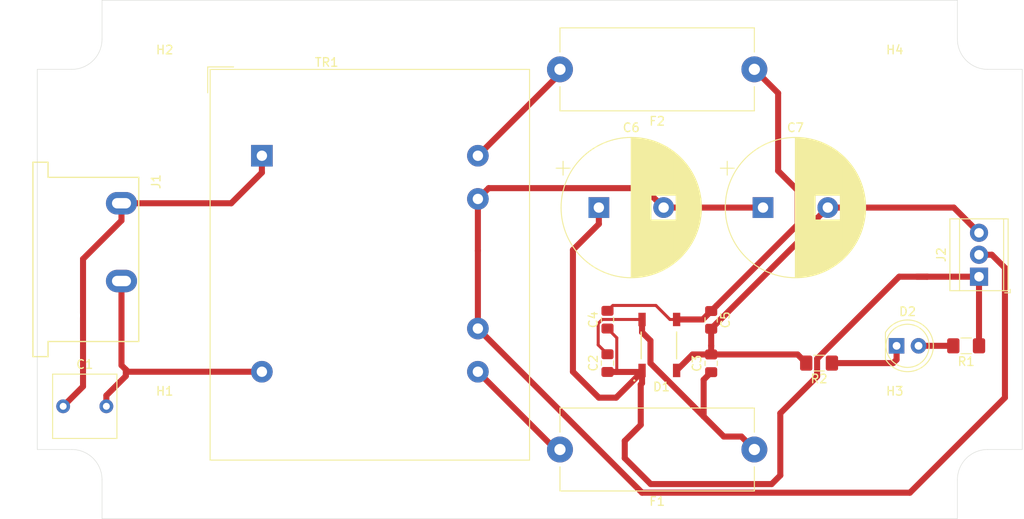
<source format=kicad_pcb>
(kicad_pcb (version 20171130) (host pcbnew "(5.1.4)-1")

  (general
    (thickness 1.6)
    (drawings 16)
    (tracks 103)
    (zones 0)
    (modules 20)
    (nets 12)
  )

  (page A4)
  (layers
    (0 F.Cu signal)
    (31 B.Cu signal)
    (32 B.Adhes user)
    (33 F.Adhes user)
    (34 B.Paste user)
    (35 F.Paste user)
    (36 B.SilkS user)
    (37 F.SilkS user)
    (38 B.Mask user)
    (39 F.Mask user)
    (40 Dwgs.User user)
    (41 Cmts.User user)
    (42 Eco1.User user)
    (43 Eco2.User user)
    (44 Edge.Cuts user)
    (45 Margin user)
    (46 B.CrtYd user)
    (47 F.CrtYd user)
    (48 B.Fab user)
    (49 F.Fab user)
  )

  (setup
    (last_trace_width 0.7)
    (user_trace_width 0.35)
    (user_trace_width 0.6)
    (user_trace_width 0.7)
    (trace_clearance 0.2)
    (zone_clearance 0.508)
    (zone_45_only no)
    (trace_min 0.2)
    (via_size 0.8)
    (via_drill 0.4)
    (via_min_size 0.4)
    (via_min_drill 0.3)
    (uvia_size 0.3)
    (uvia_drill 0.1)
    (uvias_allowed no)
    (uvia_min_size 0.2)
    (uvia_min_drill 0.1)
    (edge_width 0.05)
    (segment_width 0.2)
    (pcb_text_width 0.3)
    (pcb_text_size 1.5 1.5)
    (mod_edge_width 0.12)
    (mod_text_size 1 1)
    (mod_text_width 0.15)
    (pad_size 3.5 3.5)
    (pad_drill 3.5)
    (pad_to_mask_clearance 0.051)
    (solder_mask_min_width 0.25)
    (aux_axis_origin 0 0)
    (visible_elements 7FFFFFFF)
    (pcbplotparams
      (layerselection 0x010f0_ffffffff)
      (usegerberextensions false)
      (usegerberattributes false)
      (usegerberadvancedattributes false)
      (creategerberjobfile false)
      (excludeedgelayer true)
      (linewidth 0.100000)
      (plotframeref false)
      (viasonmask false)
      (mode 1)
      (useauxorigin false)
      (hpglpennumber 1)
      (hpglpenspeed 20)
      (hpglpendiameter 15.000000)
      (psnegative false)
      (psa4output false)
      (plotreference true)
      (plotvalue true)
      (plotinvisibletext false)
      (padsonsilk false)
      (subtractmaskfromsilk false)
      (outputformat 1)
      (mirror false)
      (drillshape 0)
      (scaleselection 1)
      (outputdirectory "./gerbers"))
  )

  (net 0 "")
  (net 1 "Net-(C1-Pad1)")
  (net 2 "Net-(C1-Pad2)")
  (net 3 "Net-(C2-Pad1)")
  (net 4 "Net-(C2-Pad2)")
  (net 5 "Net-(C3-Pad2)")
  (net 6 "Net-(C4-Pad2)")
  (net 7 GND)
  (net 8 "Net-(D2-Pad1)")
  (net 9 "Net-(D2-Pad2)")
  (net 10 "Net-(F1-Pad2)")
  (net 11 "Net-(F2-Pad2)")

  (net_class Default "This is the default net class."
    (clearance 0.2)
    (trace_width 0.25)
    (via_dia 0.8)
    (via_drill 0.4)
    (uvia_dia 0.3)
    (uvia_drill 0.1)
    (add_net GND)
    (add_net "Net-(C1-Pad1)")
    (add_net "Net-(C1-Pad2)")
    (add_net "Net-(C2-Pad1)")
    (add_net "Net-(C2-Pad2)")
    (add_net "Net-(C3-Pad2)")
    (add_net "Net-(C4-Pad2)")
    (add_net "Net-(D2-Pad1)")
    (add_net "Net-(D2-Pad2)")
    (add_net "Net-(F1-Pad2)")
    (add_net "Net-(F2-Pad2)")
  )

  (module actidamp-mk4-smd:AC_entry_770W-X2 (layer F.Cu) (tedit 5DAE3685) (tstamp 5DB20E28)
    (at 59.75 90 90)
    (path /5DAE3460)
    (fp_text reference J1 (at 9 4 90) (layer F.SilkS)
      (effects (font (size 1 1) (thickness 0.15)))
    )
    (fp_text value "230V AC" (at -2 4 90) (layer F.Fab)
      (effects (font (size 1 1) (thickness 0.15)))
    )
    (fp_line (start -11 -13.85) (end 11 -13.85) (layer F.Fab) (width 0.12))
    (fp_line (start -11 -13.85) (end -11 -11.85) (layer F.Fab) (width 0.12))
    (fp_line (start -9.25 0.65) (end 9.25 0.65) (layer F.Fab) (width 0.12))
    (fp_line (start 9.25 0.65) (end 9.25 -8.65) (layer F.Fab) (width 0.12))
    (fp_line (start -9.25 0.65) (end -9.25 -8.65) (layer F.Fab) (width 0.12))
    (fp_line (start -9.25 -11.85) (end -9.25 -10.15) (layer F.Fab) (width 0.12))
    (fp_line (start 9.25 -11.85) (end 9.25 -10.15) (layer F.Fab) (width 0.12))
    (fp_line (start -11 -11.85) (end -9.25 -11.85) (layer F.Fab) (width 0.12))
    (fp_line (start 11 -13.85) (end 11 -11.85) (layer F.Fab) (width 0.12))
    (fp_line (start 9.25 -11.85) (end 11 -11.85) (layer F.Fab) (width 0.12))
    (fp_line (start 11 -10.15) (end 11 -8.65) (layer F.Fab) (width 0.12))
    (fp_line (start -11 -10.15) (end -11 -8.65) (layer F.Fab) (width 0.12))
    (fp_line (start 9.25 -10.15) (end 11 -10.15) (layer F.Fab) (width 0.12))
    (fp_line (start 9.25 -8.65) (end 11 -8.65) (layer F.Fab) (width 0.12))
    (fp_line (start -9.25 -10.15) (end -11 -10.15) (layer F.Fab) (width 0.12))
    (fp_line (start -11 -8.65) (end -9.25 -8.65) (layer F.Fab) (width 0.12))
    (fp_line (start -9.5 0.75) (end -9.5 -8.5) (layer F.SilkS) (width 0.15))
    (fp_line (start -9.5 0.75) (end -9.5 2) (layer F.SilkS) (width 0.15))
    (fp_line (start -9.5 2) (end 9.5 2) (layer F.SilkS) (width 0.15))
    (fp_line (start 9.5 2) (end 9.5 -8.5) (layer F.SilkS) (width 0.15))
    (fp_line (start -9.5 -8.5) (end -11.25 -8.5) (layer F.SilkS) (width 0.15))
    (fp_line (start -11.25 -8.5) (end -11.25 -10.25) (layer F.SilkS) (width 0.15))
    (fp_line (start -11.25 -10.25) (end -9.5 -10.25) (layer F.SilkS) (width 0.15))
    (fp_line (start -9.5 -10.25) (end 11.25 -10.25) (layer F.SilkS) (width 0.15))
    (fp_line (start 11.25 -10.25) (end 11.25 -8.5) (layer F.SilkS) (width 0.15))
    (fp_line (start 11.25 -8.5) (end 9.5 -8.5) (layer F.SilkS) (width 0.15))
    (fp_line (start -11.25 -14) (end 11.25 -14) (layer F.CrtYd) (width 0.12))
    (fp_line (start 11.25 -14) (end 11.25 2.25) (layer F.CrtYd) (width 0.12))
    (fp_line (start 11.25 2.25) (end -11 2.25) (layer F.CrtYd) (width 0.12))
    (fp_line (start -11 2.25) (end -11.25 2.25) (layer F.CrtYd) (width 0.12))
    (fp_line (start -11.25 2.25) (end -11.25 -14) (layer F.CrtYd) (width 0.12))
    (pad 1 thru_hole oval (at -2.5 0 90) (size 2.6 3.6) (drill oval 1.2 2.2) (layers *.Cu *.Mask)
      (net 2 "Net-(C1-Pad2)"))
    (pad 2 thru_hole oval (at 6.5 0 90) (size 2.6 3.6) (drill oval 1.2 2.2) (layers *.Cu *.Mask)
      (net 1 "Net-(C1-Pad1)"))
    (pad "" np_thru_hole circle (at 6.5 -6.5 90) (size 3 3) (drill 3) (layers *.Cu *.Mask))
    (pad "" np_thru_hole circle (at -6.5 -6.5 90) (size 3 3) (drill 3) (layers *.Cu *.Mask))
  )

  (module Fuse:Fuseholder_Cylinder-5x20mm_Schurter_0031_8201_Horizontal_Open (layer F.Cu) (tedit 5C39E22F) (tstamp 5DB2144D)
    (at 133 68 180)
    (descr "Fuseholder horizontal open 5x20 Schurter 0031.8201, https://www.schurter.com/en/datasheet/typ_OGN.pdf")
    (tags "Fuseholder horizontal open 5x20 Schurter 0031.8201")
    (path /5DAE6B97)
    (fp_text reference F2 (at 11.25 -6) (layer F.SilkS)
      (effects (font (size 1 1) (thickness 0.15)))
    )
    (fp_text value 150mA (at 11.25 6) (layer F.Fab)
      (effects (font (size 1 1) (thickness 0.15)))
    )
    (fp_arc (start 0 0) (end -0.25 1.95) (angle 165.3) (layer F.CrtYd) (width 0.05))
    (fp_arc (start 22.5 0) (end 22.75 -1.95) (angle 165.3) (layer F.CrtYd) (width 0.05))
    (fp_line (start 0 4.8) (end 0 2) (layer F.SilkS) (width 0.12))
    (fp_line (start 22.75 1.95) (end 22.75 5.05) (layer F.CrtYd) (width 0.05))
    (fp_line (start 22.75 -1.95) (end 22.75 -5.05) (layer F.CrtYd) (width 0.05))
    (fp_line (start -0.25 -1.95) (end -0.25 -5.05) (layer F.CrtYd) (width 0.05))
    (fp_line (start 0 4.8) (end 22.5 4.8) (layer F.SilkS) (width 0.12))
    (fp_line (start -0.25 -5.05) (end 22.75 -5.05) (layer F.CrtYd) (width 0.05))
    (fp_line (start 22.75 5.05) (end -0.25 5.05) (layer F.CrtYd) (width 0.05))
    (fp_line (start 0 -4.8) (end 22.5 -4.8) (layer F.SilkS) (width 0.12))
    (fp_line (start 0 -2) (end 0 -4.8) (layer F.SilkS) (width 0.12))
    (fp_line (start 22.5 -2) (end 22.5 -4.8) (layer F.SilkS) (width 0.12))
    (fp_line (start 22.5 4.8) (end 22.5 2) (layer F.SilkS) (width 0.12))
    (fp_line (start -0.25 5.05) (end -0.25 1.95) (layer F.CrtYd) (width 0.05))
    (fp_line (start 22.4 -4.7) (end 0.1 -4.7) (layer F.Fab) (width 0.1))
    (fp_line (start 22.4 4.7) (end 22.4 -4.7) (layer F.Fab) (width 0.1))
    (fp_line (start 0.1 4.7) (end 22.4 4.7) (layer F.Fab) (width 0.1))
    (fp_line (start 0.1 -4.7) (end 0.1 4.7) (layer F.Fab) (width 0.1))
    (fp_text user %R (at 11.25 4) (layer F.Fab)
      (effects (font (size 1 1) (thickness 0.15)))
    )
    (pad "" np_thru_hole circle (at 11.25 0 180) (size 2.7 2.7) (drill 2.7) (layers *.Cu *.Mask))
    (pad 2 thru_hole circle (at 22.5 0 180) (size 3 3) (drill 1.3) (layers *.Cu *.Mask)
      (net 11 "Net-(F2-Pad2)"))
    (pad 1 thru_hole circle (at 0 0 180) (size 3 3) (drill 1.3) (layers *.Cu *.Mask)
      (net 6 "Net-(C4-Pad2)"))
    (model ${KISYS3DMOD}/Fuse.3dshapes/Fuseholder_Cylinder-5x20mm_Schurter_0031_8201_Horizontal_Open.wrl
      (at (xyz 0 0 0))
      (scale (xyz 1 1 1))
      (rotate (xyz 0 0 0))
    )
  )

  (module Fuse:Fuseholder_Cylinder-5x20mm_Schurter_0031_8201_Horizontal_Open (layer F.Cu) (tedit 5C39E22F) (tstamp 5DAEA7DE)
    (at 133 112 180)
    (descr "Fuseholder horizontal open 5x20 Schurter 0031.8201, https://www.schurter.com/en/datasheet/typ_OGN.pdf")
    (tags "Fuseholder horizontal open 5x20 Schurter 0031.8201")
    (path /5DAE5BF8)
    (fp_text reference F1 (at 11.25 -6) (layer F.SilkS)
      (effects (font (size 1 1) (thickness 0.15)))
    )
    (fp_text value 150mA (at 11.25 6) (layer F.Fab)
      (effects (font (size 1 1) (thickness 0.15)))
    )
    (fp_text user %R (at 11.25 4) (layer F.Fab)
      (effects (font (size 1 1) (thickness 0.15)))
    )
    (fp_line (start 0.1 -4.7) (end 0.1 4.7) (layer F.Fab) (width 0.1))
    (fp_line (start 0.1 4.7) (end 22.4 4.7) (layer F.Fab) (width 0.1))
    (fp_line (start 22.4 4.7) (end 22.4 -4.7) (layer F.Fab) (width 0.1))
    (fp_line (start 22.4 -4.7) (end 0.1 -4.7) (layer F.Fab) (width 0.1))
    (fp_line (start -0.25 5.05) (end -0.25 1.95) (layer F.CrtYd) (width 0.05))
    (fp_line (start 22.5 4.8) (end 22.5 2) (layer F.SilkS) (width 0.12))
    (fp_line (start 22.5 -2) (end 22.5 -4.8) (layer F.SilkS) (width 0.12))
    (fp_line (start 0 -2) (end 0 -4.8) (layer F.SilkS) (width 0.12))
    (fp_line (start 0 -4.8) (end 22.5 -4.8) (layer F.SilkS) (width 0.12))
    (fp_line (start 22.75 5.05) (end -0.25 5.05) (layer F.CrtYd) (width 0.05))
    (fp_line (start -0.25 -5.05) (end 22.75 -5.05) (layer F.CrtYd) (width 0.05))
    (fp_line (start 0 4.8) (end 22.5 4.8) (layer F.SilkS) (width 0.12))
    (fp_line (start -0.25 -1.95) (end -0.25 -5.05) (layer F.CrtYd) (width 0.05))
    (fp_line (start 22.75 -1.95) (end 22.75 -5.05) (layer F.CrtYd) (width 0.05))
    (fp_line (start 22.75 1.95) (end 22.75 5.05) (layer F.CrtYd) (width 0.05))
    (fp_line (start 0 4.8) (end 0 2) (layer F.SilkS) (width 0.12))
    (fp_arc (start 22.5 0) (end 22.75 -1.95) (angle 165.3) (layer F.CrtYd) (width 0.05))
    (fp_arc (start 0 0) (end -0.25 1.95) (angle 165.3) (layer F.CrtYd) (width 0.05))
    (pad 1 thru_hole circle (at 0 0 180) (size 3 3) (drill 1.3) (layers *.Cu *.Mask)
      (net 4 "Net-(C2-Pad2)"))
    (pad 2 thru_hole circle (at 22.5 0 180) (size 3 3) (drill 1.3) (layers *.Cu *.Mask)
      (net 10 "Net-(F1-Pad2)"))
    (pad "" np_thru_hole circle (at 11.25 0 180) (size 2.7 2.7) (drill 2.7) (layers *.Cu *.Mask))
    (model ${KISYS3DMOD}/Fuse.3dshapes/Fuseholder_Cylinder-5x20mm_Schurter_0031_8201_Horizontal_Open.wrl
      (at (xyz 0 0 0))
      (scale (xyz 1 1 1))
      (rotate (xyz 0 0 0))
    )
  )

  (module Capacitor_THT:CP_Radial_D16.0mm_P7.50mm (layer F.Cu) (tedit 5AE50EF1) (tstamp 5DB24B2E)
    (at 115 84)
    (descr "CP, Radial series, Radial, pin pitch=7.50mm, , diameter=16mm, Electrolytic Capacitor")
    (tags "CP Radial series Radial pin pitch 7.50mm  diameter 16mm Electrolytic Capacitor")
    (path /5DAFC445)
    (fp_text reference C6 (at 3.75 -9.25) (layer F.SilkS)
      (effects (font (size 1 1) (thickness 0.15)))
    )
    (fp_text value "2200uF / 35V" (at 3.75 9.25) (layer F.Fab)
      (effects (font (size 1 1) (thickness 0.15)))
    )
    (fp_circle (center 3.75 0) (end 11.75 0) (layer F.Fab) (width 0.1))
    (fp_circle (center 3.75 0) (end 11.87 0) (layer F.SilkS) (width 0.12))
    (fp_circle (center 3.75 0) (end 12 0) (layer F.CrtYd) (width 0.05))
    (fp_line (start -3.125168 -3.5075) (end -1.525168 -3.5075) (layer F.Fab) (width 0.1))
    (fp_line (start -2.325168 -4.3075) (end -2.325168 -2.7075) (layer F.Fab) (width 0.1))
    (fp_line (start 3.75 -8.081) (end 3.75 8.081) (layer F.SilkS) (width 0.12))
    (fp_line (start 3.79 -8.08) (end 3.79 8.08) (layer F.SilkS) (width 0.12))
    (fp_line (start 3.83 -8.08) (end 3.83 8.08) (layer F.SilkS) (width 0.12))
    (fp_line (start 3.87 -8.08) (end 3.87 8.08) (layer F.SilkS) (width 0.12))
    (fp_line (start 3.91 -8.079) (end 3.91 8.079) (layer F.SilkS) (width 0.12))
    (fp_line (start 3.95 -8.078) (end 3.95 8.078) (layer F.SilkS) (width 0.12))
    (fp_line (start 3.99 -8.077) (end 3.99 8.077) (layer F.SilkS) (width 0.12))
    (fp_line (start 4.03 -8.076) (end 4.03 8.076) (layer F.SilkS) (width 0.12))
    (fp_line (start 4.07 -8.074) (end 4.07 8.074) (layer F.SilkS) (width 0.12))
    (fp_line (start 4.11 -8.073) (end 4.11 8.073) (layer F.SilkS) (width 0.12))
    (fp_line (start 4.15 -8.071) (end 4.15 8.071) (layer F.SilkS) (width 0.12))
    (fp_line (start 4.19 -8.069) (end 4.19 8.069) (layer F.SilkS) (width 0.12))
    (fp_line (start 4.23 -8.066) (end 4.23 8.066) (layer F.SilkS) (width 0.12))
    (fp_line (start 4.27 -8.064) (end 4.27 8.064) (layer F.SilkS) (width 0.12))
    (fp_line (start 4.31 -8.061) (end 4.31 8.061) (layer F.SilkS) (width 0.12))
    (fp_line (start 4.35 -8.058) (end 4.35 8.058) (layer F.SilkS) (width 0.12))
    (fp_line (start 4.39 -8.055) (end 4.39 8.055) (layer F.SilkS) (width 0.12))
    (fp_line (start 4.43 -8.052) (end 4.43 8.052) (layer F.SilkS) (width 0.12))
    (fp_line (start 4.471 -8.049) (end 4.471 8.049) (layer F.SilkS) (width 0.12))
    (fp_line (start 4.511 -8.045) (end 4.511 8.045) (layer F.SilkS) (width 0.12))
    (fp_line (start 4.551 -8.041) (end 4.551 8.041) (layer F.SilkS) (width 0.12))
    (fp_line (start 4.591 -8.037) (end 4.591 8.037) (layer F.SilkS) (width 0.12))
    (fp_line (start 4.631 -8.033) (end 4.631 8.033) (layer F.SilkS) (width 0.12))
    (fp_line (start 4.671 -8.028) (end 4.671 8.028) (layer F.SilkS) (width 0.12))
    (fp_line (start 4.711 -8.024) (end 4.711 8.024) (layer F.SilkS) (width 0.12))
    (fp_line (start 4.751 -8.019) (end 4.751 8.019) (layer F.SilkS) (width 0.12))
    (fp_line (start 4.791 -8.014) (end 4.791 8.014) (layer F.SilkS) (width 0.12))
    (fp_line (start 4.831 -8.008) (end 4.831 8.008) (layer F.SilkS) (width 0.12))
    (fp_line (start 4.871 -8.003) (end 4.871 8.003) (layer F.SilkS) (width 0.12))
    (fp_line (start 4.911 -7.997) (end 4.911 7.997) (layer F.SilkS) (width 0.12))
    (fp_line (start 4.951 -7.991) (end 4.951 7.991) (layer F.SilkS) (width 0.12))
    (fp_line (start 4.991 -7.985) (end 4.991 7.985) (layer F.SilkS) (width 0.12))
    (fp_line (start 5.031 -7.979) (end 5.031 7.979) (layer F.SilkS) (width 0.12))
    (fp_line (start 5.071 -7.972) (end 5.071 7.972) (layer F.SilkS) (width 0.12))
    (fp_line (start 5.111 -7.966) (end 5.111 7.966) (layer F.SilkS) (width 0.12))
    (fp_line (start 5.151 -7.959) (end 5.151 7.959) (layer F.SilkS) (width 0.12))
    (fp_line (start 5.191 -7.952) (end 5.191 7.952) (layer F.SilkS) (width 0.12))
    (fp_line (start 5.231 -7.944) (end 5.231 7.944) (layer F.SilkS) (width 0.12))
    (fp_line (start 5.271 -7.937) (end 5.271 7.937) (layer F.SilkS) (width 0.12))
    (fp_line (start 5.311 -7.929) (end 5.311 7.929) (layer F.SilkS) (width 0.12))
    (fp_line (start 5.351 -7.921) (end 5.351 7.921) (layer F.SilkS) (width 0.12))
    (fp_line (start 5.391 -7.913) (end 5.391 7.913) (layer F.SilkS) (width 0.12))
    (fp_line (start 5.431 -7.905) (end 5.431 7.905) (layer F.SilkS) (width 0.12))
    (fp_line (start 5.471 -7.896) (end 5.471 7.896) (layer F.SilkS) (width 0.12))
    (fp_line (start 5.511 -7.887) (end 5.511 7.887) (layer F.SilkS) (width 0.12))
    (fp_line (start 5.551 -7.878) (end 5.551 7.878) (layer F.SilkS) (width 0.12))
    (fp_line (start 5.591 -7.869) (end 5.591 7.869) (layer F.SilkS) (width 0.12))
    (fp_line (start 5.631 -7.86) (end 5.631 7.86) (layer F.SilkS) (width 0.12))
    (fp_line (start 5.671 -7.85) (end 5.671 7.85) (layer F.SilkS) (width 0.12))
    (fp_line (start 5.711 -7.84) (end 5.711 7.84) (layer F.SilkS) (width 0.12))
    (fp_line (start 5.751 -7.83) (end 5.751 7.83) (layer F.SilkS) (width 0.12))
    (fp_line (start 5.791 -7.82) (end 5.791 7.82) (layer F.SilkS) (width 0.12))
    (fp_line (start 5.831 -7.81) (end 5.831 7.81) (layer F.SilkS) (width 0.12))
    (fp_line (start 5.871 -7.799) (end 5.871 7.799) (layer F.SilkS) (width 0.12))
    (fp_line (start 5.911 -7.788) (end 5.911 7.788) (layer F.SilkS) (width 0.12))
    (fp_line (start 5.951 -7.777) (end 5.951 7.777) (layer F.SilkS) (width 0.12))
    (fp_line (start 5.991 -7.765) (end 5.991 7.765) (layer F.SilkS) (width 0.12))
    (fp_line (start 6.031 -7.754) (end 6.031 7.754) (layer F.SilkS) (width 0.12))
    (fp_line (start 6.071 -7.742) (end 6.071 -1.44) (layer F.SilkS) (width 0.12))
    (fp_line (start 6.071 1.44) (end 6.071 7.742) (layer F.SilkS) (width 0.12))
    (fp_line (start 6.111 -7.73) (end 6.111 -1.44) (layer F.SilkS) (width 0.12))
    (fp_line (start 6.111 1.44) (end 6.111 7.73) (layer F.SilkS) (width 0.12))
    (fp_line (start 6.151 -7.718) (end 6.151 -1.44) (layer F.SilkS) (width 0.12))
    (fp_line (start 6.151 1.44) (end 6.151 7.718) (layer F.SilkS) (width 0.12))
    (fp_line (start 6.191 -7.705) (end 6.191 -1.44) (layer F.SilkS) (width 0.12))
    (fp_line (start 6.191 1.44) (end 6.191 7.705) (layer F.SilkS) (width 0.12))
    (fp_line (start 6.231 -7.693) (end 6.231 -1.44) (layer F.SilkS) (width 0.12))
    (fp_line (start 6.231 1.44) (end 6.231 7.693) (layer F.SilkS) (width 0.12))
    (fp_line (start 6.271 -7.68) (end 6.271 -1.44) (layer F.SilkS) (width 0.12))
    (fp_line (start 6.271 1.44) (end 6.271 7.68) (layer F.SilkS) (width 0.12))
    (fp_line (start 6.311 -7.666) (end 6.311 -1.44) (layer F.SilkS) (width 0.12))
    (fp_line (start 6.311 1.44) (end 6.311 7.666) (layer F.SilkS) (width 0.12))
    (fp_line (start 6.351 -7.653) (end 6.351 -1.44) (layer F.SilkS) (width 0.12))
    (fp_line (start 6.351 1.44) (end 6.351 7.653) (layer F.SilkS) (width 0.12))
    (fp_line (start 6.391 -7.639) (end 6.391 -1.44) (layer F.SilkS) (width 0.12))
    (fp_line (start 6.391 1.44) (end 6.391 7.639) (layer F.SilkS) (width 0.12))
    (fp_line (start 6.431 -7.625) (end 6.431 -1.44) (layer F.SilkS) (width 0.12))
    (fp_line (start 6.431 1.44) (end 6.431 7.625) (layer F.SilkS) (width 0.12))
    (fp_line (start 6.471 -7.611) (end 6.471 -1.44) (layer F.SilkS) (width 0.12))
    (fp_line (start 6.471 1.44) (end 6.471 7.611) (layer F.SilkS) (width 0.12))
    (fp_line (start 6.511 -7.597) (end 6.511 -1.44) (layer F.SilkS) (width 0.12))
    (fp_line (start 6.511 1.44) (end 6.511 7.597) (layer F.SilkS) (width 0.12))
    (fp_line (start 6.551 -7.582) (end 6.551 -1.44) (layer F.SilkS) (width 0.12))
    (fp_line (start 6.551 1.44) (end 6.551 7.582) (layer F.SilkS) (width 0.12))
    (fp_line (start 6.591 -7.568) (end 6.591 -1.44) (layer F.SilkS) (width 0.12))
    (fp_line (start 6.591 1.44) (end 6.591 7.568) (layer F.SilkS) (width 0.12))
    (fp_line (start 6.631 -7.553) (end 6.631 -1.44) (layer F.SilkS) (width 0.12))
    (fp_line (start 6.631 1.44) (end 6.631 7.553) (layer F.SilkS) (width 0.12))
    (fp_line (start 6.671 -7.537) (end 6.671 -1.44) (layer F.SilkS) (width 0.12))
    (fp_line (start 6.671 1.44) (end 6.671 7.537) (layer F.SilkS) (width 0.12))
    (fp_line (start 6.711 -7.522) (end 6.711 -1.44) (layer F.SilkS) (width 0.12))
    (fp_line (start 6.711 1.44) (end 6.711 7.522) (layer F.SilkS) (width 0.12))
    (fp_line (start 6.751 -7.506) (end 6.751 -1.44) (layer F.SilkS) (width 0.12))
    (fp_line (start 6.751 1.44) (end 6.751 7.506) (layer F.SilkS) (width 0.12))
    (fp_line (start 6.791 -7.49) (end 6.791 -1.44) (layer F.SilkS) (width 0.12))
    (fp_line (start 6.791 1.44) (end 6.791 7.49) (layer F.SilkS) (width 0.12))
    (fp_line (start 6.831 -7.474) (end 6.831 -1.44) (layer F.SilkS) (width 0.12))
    (fp_line (start 6.831 1.44) (end 6.831 7.474) (layer F.SilkS) (width 0.12))
    (fp_line (start 6.871 -7.457) (end 6.871 -1.44) (layer F.SilkS) (width 0.12))
    (fp_line (start 6.871 1.44) (end 6.871 7.457) (layer F.SilkS) (width 0.12))
    (fp_line (start 6.911 -7.44) (end 6.911 -1.44) (layer F.SilkS) (width 0.12))
    (fp_line (start 6.911 1.44) (end 6.911 7.44) (layer F.SilkS) (width 0.12))
    (fp_line (start 6.951 -7.423) (end 6.951 -1.44) (layer F.SilkS) (width 0.12))
    (fp_line (start 6.951 1.44) (end 6.951 7.423) (layer F.SilkS) (width 0.12))
    (fp_line (start 6.991 -7.406) (end 6.991 -1.44) (layer F.SilkS) (width 0.12))
    (fp_line (start 6.991 1.44) (end 6.991 7.406) (layer F.SilkS) (width 0.12))
    (fp_line (start 7.031 -7.389) (end 7.031 -1.44) (layer F.SilkS) (width 0.12))
    (fp_line (start 7.031 1.44) (end 7.031 7.389) (layer F.SilkS) (width 0.12))
    (fp_line (start 7.071 -7.371) (end 7.071 -1.44) (layer F.SilkS) (width 0.12))
    (fp_line (start 7.071 1.44) (end 7.071 7.371) (layer F.SilkS) (width 0.12))
    (fp_line (start 7.111 -7.353) (end 7.111 -1.44) (layer F.SilkS) (width 0.12))
    (fp_line (start 7.111 1.44) (end 7.111 7.353) (layer F.SilkS) (width 0.12))
    (fp_line (start 7.151 -7.334) (end 7.151 -1.44) (layer F.SilkS) (width 0.12))
    (fp_line (start 7.151 1.44) (end 7.151 7.334) (layer F.SilkS) (width 0.12))
    (fp_line (start 7.191 -7.316) (end 7.191 -1.44) (layer F.SilkS) (width 0.12))
    (fp_line (start 7.191 1.44) (end 7.191 7.316) (layer F.SilkS) (width 0.12))
    (fp_line (start 7.231 -7.297) (end 7.231 -1.44) (layer F.SilkS) (width 0.12))
    (fp_line (start 7.231 1.44) (end 7.231 7.297) (layer F.SilkS) (width 0.12))
    (fp_line (start 7.271 -7.278) (end 7.271 -1.44) (layer F.SilkS) (width 0.12))
    (fp_line (start 7.271 1.44) (end 7.271 7.278) (layer F.SilkS) (width 0.12))
    (fp_line (start 7.311 -7.258) (end 7.311 -1.44) (layer F.SilkS) (width 0.12))
    (fp_line (start 7.311 1.44) (end 7.311 7.258) (layer F.SilkS) (width 0.12))
    (fp_line (start 7.351 -7.239) (end 7.351 -1.44) (layer F.SilkS) (width 0.12))
    (fp_line (start 7.351 1.44) (end 7.351 7.239) (layer F.SilkS) (width 0.12))
    (fp_line (start 7.391 -7.219) (end 7.391 -1.44) (layer F.SilkS) (width 0.12))
    (fp_line (start 7.391 1.44) (end 7.391 7.219) (layer F.SilkS) (width 0.12))
    (fp_line (start 7.431 -7.199) (end 7.431 -1.44) (layer F.SilkS) (width 0.12))
    (fp_line (start 7.431 1.44) (end 7.431 7.199) (layer F.SilkS) (width 0.12))
    (fp_line (start 7.471 -7.178) (end 7.471 -1.44) (layer F.SilkS) (width 0.12))
    (fp_line (start 7.471 1.44) (end 7.471 7.178) (layer F.SilkS) (width 0.12))
    (fp_line (start 7.511 -7.157) (end 7.511 -1.44) (layer F.SilkS) (width 0.12))
    (fp_line (start 7.511 1.44) (end 7.511 7.157) (layer F.SilkS) (width 0.12))
    (fp_line (start 7.551 -7.136) (end 7.551 -1.44) (layer F.SilkS) (width 0.12))
    (fp_line (start 7.551 1.44) (end 7.551 7.136) (layer F.SilkS) (width 0.12))
    (fp_line (start 7.591 -7.115) (end 7.591 -1.44) (layer F.SilkS) (width 0.12))
    (fp_line (start 7.591 1.44) (end 7.591 7.115) (layer F.SilkS) (width 0.12))
    (fp_line (start 7.631 -7.094) (end 7.631 -1.44) (layer F.SilkS) (width 0.12))
    (fp_line (start 7.631 1.44) (end 7.631 7.094) (layer F.SilkS) (width 0.12))
    (fp_line (start 7.671 -7.072) (end 7.671 -1.44) (layer F.SilkS) (width 0.12))
    (fp_line (start 7.671 1.44) (end 7.671 7.072) (layer F.SilkS) (width 0.12))
    (fp_line (start 7.711 -7.049) (end 7.711 -1.44) (layer F.SilkS) (width 0.12))
    (fp_line (start 7.711 1.44) (end 7.711 7.049) (layer F.SilkS) (width 0.12))
    (fp_line (start 7.751 -7.027) (end 7.751 -1.44) (layer F.SilkS) (width 0.12))
    (fp_line (start 7.751 1.44) (end 7.751 7.027) (layer F.SilkS) (width 0.12))
    (fp_line (start 7.791 -7.004) (end 7.791 -1.44) (layer F.SilkS) (width 0.12))
    (fp_line (start 7.791 1.44) (end 7.791 7.004) (layer F.SilkS) (width 0.12))
    (fp_line (start 7.831 -6.981) (end 7.831 -1.44) (layer F.SilkS) (width 0.12))
    (fp_line (start 7.831 1.44) (end 7.831 6.981) (layer F.SilkS) (width 0.12))
    (fp_line (start 7.871 -6.958) (end 7.871 -1.44) (layer F.SilkS) (width 0.12))
    (fp_line (start 7.871 1.44) (end 7.871 6.958) (layer F.SilkS) (width 0.12))
    (fp_line (start 7.911 -6.934) (end 7.911 -1.44) (layer F.SilkS) (width 0.12))
    (fp_line (start 7.911 1.44) (end 7.911 6.934) (layer F.SilkS) (width 0.12))
    (fp_line (start 7.951 -6.91) (end 7.951 -1.44) (layer F.SilkS) (width 0.12))
    (fp_line (start 7.951 1.44) (end 7.951 6.91) (layer F.SilkS) (width 0.12))
    (fp_line (start 7.991 -6.886) (end 7.991 -1.44) (layer F.SilkS) (width 0.12))
    (fp_line (start 7.991 1.44) (end 7.991 6.886) (layer F.SilkS) (width 0.12))
    (fp_line (start 8.031 -6.861) (end 8.031 -1.44) (layer F.SilkS) (width 0.12))
    (fp_line (start 8.031 1.44) (end 8.031 6.861) (layer F.SilkS) (width 0.12))
    (fp_line (start 8.071 -6.836) (end 8.071 -1.44) (layer F.SilkS) (width 0.12))
    (fp_line (start 8.071 1.44) (end 8.071 6.836) (layer F.SilkS) (width 0.12))
    (fp_line (start 8.111 -6.811) (end 8.111 -1.44) (layer F.SilkS) (width 0.12))
    (fp_line (start 8.111 1.44) (end 8.111 6.811) (layer F.SilkS) (width 0.12))
    (fp_line (start 8.151 -6.785) (end 8.151 -1.44) (layer F.SilkS) (width 0.12))
    (fp_line (start 8.151 1.44) (end 8.151 6.785) (layer F.SilkS) (width 0.12))
    (fp_line (start 8.191 -6.759) (end 8.191 -1.44) (layer F.SilkS) (width 0.12))
    (fp_line (start 8.191 1.44) (end 8.191 6.759) (layer F.SilkS) (width 0.12))
    (fp_line (start 8.231 -6.733) (end 8.231 -1.44) (layer F.SilkS) (width 0.12))
    (fp_line (start 8.231 1.44) (end 8.231 6.733) (layer F.SilkS) (width 0.12))
    (fp_line (start 8.271 -6.706) (end 8.271 -1.44) (layer F.SilkS) (width 0.12))
    (fp_line (start 8.271 1.44) (end 8.271 6.706) (layer F.SilkS) (width 0.12))
    (fp_line (start 8.311 -6.679) (end 8.311 -1.44) (layer F.SilkS) (width 0.12))
    (fp_line (start 8.311 1.44) (end 8.311 6.679) (layer F.SilkS) (width 0.12))
    (fp_line (start 8.351 -6.652) (end 8.351 -1.44) (layer F.SilkS) (width 0.12))
    (fp_line (start 8.351 1.44) (end 8.351 6.652) (layer F.SilkS) (width 0.12))
    (fp_line (start 8.391 -6.624) (end 8.391 -1.44) (layer F.SilkS) (width 0.12))
    (fp_line (start 8.391 1.44) (end 8.391 6.624) (layer F.SilkS) (width 0.12))
    (fp_line (start 8.431 -6.596) (end 8.431 -1.44) (layer F.SilkS) (width 0.12))
    (fp_line (start 8.431 1.44) (end 8.431 6.596) (layer F.SilkS) (width 0.12))
    (fp_line (start 8.471 -6.568) (end 8.471 -1.44) (layer F.SilkS) (width 0.12))
    (fp_line (start 8.471 1.44) (end 8.471 6.568) (layer F.SilkS) (width 0.12))
    (fp_line (start 8.511 -6.539) (end 8.511 -1.44) (layer F.SilkS) (width 0.12))
    (fp_line (start 8.511 1.44) (end 8.511 6.539) (layer F.SilkS) (width 0.12))
    (fp_line (start 8.551 -6.51) (end 8.551 -1.44) (layer F.SilkS) (width 0.12))
    (fp_line (start 8.551 1.44) (end 8.551 6.51) (layer F.SilkS) (width 0.12))
    (fp_line (start 8.591 -6.48) (end 8.591 -1.44) (layer F.SilkS) (width 0.12))
    (fp_line (start 8.591 1.44) (end 8.591 6.48) (layer F.SilkS) (width 0.12))
    (fp_line (start 8.631 -6.45) (end 8.631 -1.44) (layer F.SilkS) (width 0.12))
    (fp_line (start 8.631 1.44) (end 8.631 6.45) (layer F.SilkS) (width 0.12))
    (fp_line (start 8.671 -6.42) (end 8.671 -1.44) (layer F.SilkS) (width 0.12))
    (fp_line (start 8.671 1.44) (end 8.671 6.42) (layer F.SilkS) (width 0.12))
    (fp_line (start 8.711 -6.39) (end 8.711 -1.44) (layer F.SilkS) (width 0.12))
    (fp_line (start 8.711 1.44) (end 8.711 6.39) (layer F.SilkS) (width 0.12))
    (fp_line (start 8.751 -6.358) (end 8.751 -1.44) (layer F.SilkS) (width 0.12))
    (fp_line (start 8.751 1.44) (end 8.751 6.358) (layer F.SilkS) (width 0.12))
    (fp_line (start 8.791 -6.327) (end 8.791 -1.44) (layer F.SilkS) (width 0.12))
    (fp_line (start 8.791 1.44) (end 8.791 6.327) (layer F.SilkS) (width 0.12))
    (fp_line (start 8.831 -6.295) (end 8.831 -1.44) (layer F.SilkS) (width 0.12))
    (fp_line (start 8.831 1.44) (end 8.831 6.295) (layer F.SilkS) (width 0.12))
    (fp_line (start 8.871 -6.263) (end 8.871 -1.44) (layer F.SilkS) (width 0.12))
    (fp_line (start 8.871 1.44) (end 8.871 6.263) (layer F.SilkS) (width 0.12))
    (fp_line (start 8.911 -6.23) (end 8.911 -1.44) (layer F.SilkS) (width 0.12))
    (fp_line (start 8.911 1.44) (end 8.911 6.23) (layer F.SilkS) (width 0.12))
    (fp_line (start 8.951 -6.197) (end 8.951 6.197) (layer F.SilkS) (width 0.12))
    (fp_line (start 8.991 -6.163) (end 8.991 6.163) (layer F.SilkS) (width 0.12))
    (fp_line (start 9.031 -6.129) (end 9.031 6.129) (layer F.SilkS) (width 0.12))
    (fp_line (start 9.071 -6.095) (end 9.071 6.095) (layer F.SilkS) (width 0.12))
    (fp_line (start 9.111 -6.06) (end 9.111 6.06) (layer F.SilkS) (width 0.12))
    (fp_line (start 9.151 -6.025) (end 9.151 6.025) (layer F.SilkS) (width 0.12))
    (fp_line (start 9.191 -5.989) (end 9.191 5.989) (layer F.SilkS) (width 0.12))
    (fp_line (start 9.231 -5.952) (end 9.231 5.952) (layer F.SilkS) (width 0.12))
    (fp_line (start 9.271 -5.916) (end 9.271 5.916) (layer F.SilkS) (width 0.12))
    (fp_line (start 9.311 -5.878) (end 9.311 5.878) (layer F.SilkS) (width 0.12))
    (fp_line (start 9.351 -5.84) (end 9.351 5.84) (layer F.SilkS) (width 0.12))
    (fp_line (start 9.391 -5.802) (end 9.391 5.802) (layer F.SilkS) (width 0.12))
    (fp_line (start 9.431 -5.763) (end 9.431 5.763) (layer F.SilkS) (width 0.12))
    (fp_line (start 9.471 -5.724) (end 9.471 5.724) (layer F.SilkS) (width 0.12))
    (fp_line (start 9.511 -5.684) (end 9.511 5.684) (layer F.SilkS) (width 0.12))
    (fp_line (start 9.551 -5.643) (end 9.551 5.643) (layer F.SilkS) (width 0.12))
    (fp_line (start 9.591 -5.602) (end 9.591 5.602) (layer F.SilkS) (width 0.12))
    (fp_line (start 9.631 -5.56) (end 9.631 5.56) (layer F.SilkS) (width 0.12))
    (fp_line (start 9.671 -5.518) (end 9.671 5.518) (layer F.SilkS) (width 0.12))
    (fp_line (start 9.711 -5.475) (end 9.711 5.475) (layer F.SilkS) (width 0.12))
    (fp_line (start 9.751 -5.432) (end 9.751 5.432) (layer F.SilkS) (width 0.12))
    (fp_line (start 9.791 -5.388) (end 9.791 5.388) (layer F.SilkS) (width 0.12))
    (fp_line (start 9.831 -5.343) (end 9.831 5.343) (layer F.SilkS) (width 0.12))
    (fp_line (start 9.871 -5.297) (end 9.871 5.297) (layer F.SilkS) (width 0.12))
    (fp_line (start 9.911 -5.251) (end 9.911 5.251) (layer F.SilkS) (width 0.12))
    (fp_line (start 9.951 -5.204) (end 9.951 5.204) (layer F.SilkS) (width 0.12))
    (fp_line (start 9.991 -5.156) (end 9.991 5.156) (layer F.SilkS) (width 0.12))
    (fp_line (start 10.031 -5.108) (end 10.031 5.108) (layer F.SilkS) (width 0.12))
    (fp_line (start 10.071 -5.059) (end 10.071 5.059) (layer F.SilkS) (width 0.12))
    (fp_line (start 10.111 -5.009) (end 10.111 5.009) (layer F.SilkS) (width 0.12))
    (fp_line (start 10.151 -4.958) (end 10.151 4.958) (layer F.SilkS) (width 0.12))
    (fp_line (start 10.191 -4.906) (end 10.191 4.906) (layer F.SilkS) (width 0.12))
    (fp_line (start 10.231 -4.854) (end 10.231 4.854) (layer F.SilkS) (width 0.12))
    (fp_line (start 10.271 -4.8) (end 10.271 4.8) (layer F.SilkS) (width 0.12))
    (fp_line (start 10.311 -4.746) (end 10.311 4.746) (layer F.SilkS) (width 0.12))
    (fp_line (start 10.351 -4.691) (end 10.351 4.691) (layer F.SilkS) (width 0.12))
    (fp_line (start 10.391 -4.634) (end 10.391 4.634) (layer F.SilkS) (width 0.12))
    (fp_line (start 10.431 -4.577) (end 10.431 4.577) (layer F.SilkS) (width 0.12))
    (fp_line (start 10.471 -4.519) (end 10.471 4.519) (layer F.SilkS) (width 0.12))
    (fp_line (start 10.511 -4.459) (end 10.511 4.459) (layer F.SilkS) (width 0.12))
    (fp_line (start 10.551 -4.398) (end 10.551 4.398) (layer F.SilkS) (width 0.12))
    (fp_line (start 10.591 -4.336) (end 10.591 4.336) (layer F.SilkS) (width 0.12))
    (fp_line (start 10.631 -4.273) (end 10.631 4.273) (layer F.SilkS) (width 0.12))
    (fp_line (start 10.671 -4.209) (end 10.671 4.209) (layer F.SilkS) (width 0.12))
    (fp_line (start 10.711 -4.143) (end 10.711 4.143) (layer F.SilkS) (width 0.12))
    (fp_line (start 10.751 -4.076) (end 10.751 4.076) (layer F.SilkS) (width 0.12))
    (fp_line (start 10.791 -4.007) (end 10.791 4.007) (layer F.SilkS) (width 0.12))
    (fp_line (start 10.831 -3.936) (end 10.831 3.936) (layer F.SilkS) (width 0.12))
    (fp_line (start 10.871 -3.864) (end 10.871 3.864) (layer F.SilkS) (width 0.12))
    (fp_line (start 10.911 -3.79) (end 10.911 3.79) (layer F.SilkS) (width 0.12))
    (fp_line (start 10.951 -3.715) (end 10.951 3.715) (layer F.SilkS) (width 0.12))
    (fp_line (start 10.991 -3.637) (end 10.991 3.637) (layer F.SilkS) (width 0.12))
    (fp_line (start 11.031 -3.557) (end 11.031 3.557) (layer F.SilkS) (width 0.12))
    (fp_line (start 11.071 -3.475) (end 11.071 3.475) (layer F.SilkS) (width 0.12))
    (fp_line (start 11.111 -3.39) (end 11.111 3.39) (layer F.SilkS) (width 0.12))
    (fp_line (start 11.151 -3.303) (end 11.151 3.303) (layer F.SilkS) (width 0.12))
    (fp_line (start 11.191 -3.213) (end 11.191 3.213) (layer F.SilkS) (width 0.12))
    (fp_line (start 11.231 -3.12) (end 11.231 3.12) (layer F.SilkS) (width 0.12))
    (fp_line (start 11.271 -3.024) (end 11.271 3.024) (layer F.SilkS) (width 0.12))
    (fp_line (start 11.311 -2.924) (end 11.311 2.924) (layer F.SilkS) (width 0.12))
    (fp_line (start 11.351 -2.82) (end 11.351 2.82) (layer F.SilkS) (width 0.12))
    (fp_line (start 11.391 -2.711) (end 11.391 2.711) (layer F.SilkS) (width 0.12))
    (fp_line (start 11.431 -2.597) (end 11.431 2.597) (layer F.SilkS) (width 0.12))
    (fp_line (start 11.471 -2.478) (end 11.471 2.478) (layer F.SilkS) (width 0.12))
    (fp_line (start 11.511 -2.351) (end 11.511 2.351) (layer F.SilkS) (width 0.12))
    (fp_line (start 11.551 -2.218) (end 11.551 2.218) (layer F.SilkS) (width 0.12))
    (fp_line (start 11.591 -2.074) (end 11.591 2.074) (layer F.SilkS) (width 0.12))
    (fp_line (start 11.631 -1.92) (end 11.631 1.92) (layer F.SilkS) (width 0.12))
    (fp_line (start 11.671 -1.752) (end 11.671 1.752) (layer F.SilkS) (width 0.12))
    (fp_line (start 11.711 -1.564) (end 11.711 1.564) (layer F.SilkS) (width 0.12))
    (fp_line (start 11.751 -1.351) (end 11.751 1.351) (layer F.SilkS) (width 0.12))
    (fp_line (start 11.791 -1.098) (end 11.791 1.098) (layer F.SilkS) (width 0.12))
    (fp_line (start 11.831 -0.765) (end 11.831 0.765) (layer F.SilkS) (width 0.12))
    (fp_line (start -4.939491 -4.555) (end -3.339491 -4.555) (layer F.SilkS) (width 0.12))
    (fp_line (start -4.139491 -5.355) (end -4.139491 -3.755) (layer F.SilkS) (width 0.12))
    (fp_text user %R (at 3.75 0) (layer F.Fab)
      (effects (font (size 1 1) (thickness 0.15)))
    )
    (pad 1 thru_hole rect (at 0 0) (size 2.4 2.4) (drill 1.2) (layers *.Cu *.Mask)
      (net 3 "Net-(C2-Pad1)"))
    (pad 2 thru_hole circle (at 7.5 0) (size 2.4 2.4) (drill 1.2) (layers *.Cu *.Mask)
      (net 7 GND))
    (model ${KISYS3DMOD}/Capacitor_THT.3dshapes/CP_Radial_D16.0mm_P7.50mm.wrl
      (at (xyz 0 0 0))
      (scale (xyz 1 1 1))
      (rotate (xyz 0 0 0))
    )
  )

  (module actidamp-mk4-smd:MDB6S (layer F.Cu) (tedit 5DB09700) (tstamp 5DB24FDC)
    (at 122 100)
    (path /5DAE77A1)
    (fp_text reference D1 (at 0.25 4.75) (layer F.SilkS)
      (effects (font (size 1 1) (thickness 0.15)))
    )
    (fp_text value MDB6S (at 0 -5.25) (layer F.Fab)
      (effects (font (size 1 1) (thickness 0.15)))
    )
    (fp_line (start -2.6 -4) (end -2.6 -3.9) (layer F.CrtYd) (width 0.12))
    (fp_line (start 2.6 -4) (end -2.6 -4) (layer F.CrtYd) (width 0.12))
    (fp_line (start 2.6 -3.9) (end 2.6 -4) (layer F.CrtYd) (width 0.12))
    (fp_line (start 2.6 3.8) (end 2.6 -3.9) (layer F.CrtYd) (width 0.12))
    (fp_line (start 2.5 3.8) (end 2.6 3.8) (layer F.CrtYd) (width 0.12))
    (fp_line (start -2.6 3.8) (end 2.5 3.8) (layer F.CrtYd) (width 0.12))
    (fp_line (start -2.6 -3.9) (end -2.6 3.8) (layer F.CrtYd) (width 0.12))
    (fp_text user . (at -2.9 3.6) (layer F.SilkS)
      (effects (font (size 1 1) (thickness 0.15)))
    )
    (fp_line (start 2 -1.6) (end 2 1.5) (layer F.SilkS) (width 0.15))
    (fp_line (start -2.1 -1.6) (end -2.1 1.5) (layer F.SilkS) (width 0.15))
    (fp_line (start 2 -2.2) (end -2.1 -2.2) (layer F.Fab) (width 0.12))
    (fp_line (start -2.1 2) (end 2 2) (layer F.Fab) (width 0.12))
    (fp_line (start 2 -2.2) (end 2 2) (layer F.Fab) (width 0.12))
    (fp_line (start -2.1 -2.2) (end -2.1 2) (layer F.Fab) (width 0.12))
    (pad 4 smd rect (at 2 -3.05) (size 0.85 1.55) (layers F.Cu F.Paste F.Mask)
      (net 6 "Net-(C4-Pad2)"))
    (pad 3 smd rect (at -2 -3.05) (size 0.85 1.55) (layers F.Cu F.Paste F.Mask)
      (net 4 "Net-(C2-Pad2)"))
    (pad 2 smd rect (at 2 2.85) (size 0.85 1.55) (layers F.Cu F.Paste F.Mask)
      (net 5 "Net-(C3-Pad2)"))
    (pad 1 smd rect (at -2 2.85) (size 0.85 1.55) (layers F.Cu F.Paste F.Mask)
      (net 3 "Net-(C2-Pad1)"))
  )

  (module Capacitor_THT:C_Rect_L7.2mm_W7.2mm_P5.00mm_FKS2_FKP2_MKS2_MKP2 (layer F.Cu) (tedit 5AE50EF0) (tstamp 5DB119F6)
    (at 53 107)
    (descr "C, Rect series, Radial, pin pitch=5.00mm, , length*width=7.2*7.2mm^2, Capacitor, http://www.wima.com/EN/WIMA_FKS_2.pdf")
    (tags "C Rect series Radial pin pitch 5.00mm  length 7.2mm width 7.2mm Capacitor")
    (path /5DAE2736)
    (fp_text reference C1 (at 2.5 -4.85) (layer F.SilkS)
      (effects (font (size 1 1) (thickness 0.15)))
    )
    (fp_text value "680nF / 630V" (at 2.5 4.85) (layer F.Fab)
      (effects (font (size 1 1) (thickness 0.15)))
    )
    (fp_line (start -1.1 -3.6) (end -1.1 3.6) (layer F.Fab) (width 0.1))
    (fp_line (start -1.1 3.6) (end 6.1 3.6) (layer F.Fab) (width 0.1))
    (fp_line (start 6.1 3.6) (end 6.1 -3.6) (layer F.Fab) (width 0.1))
    (fp_line (start 6.1 -3.6) (end -1.1 -3.6) (layer F.Fab) (width 0.1))
    (fp_line (start -1.22 -3.72) (end 6.22 -3.72) (layer F.SilkS) (width 0.12))
    (fp_line (start -1.22 3.72) (end 6.22 3.72) (layer F.SilkS) (width 0.12))
    (fp_line (start -1.22 -3.72) (end -1.22 3.72) (layer F.SilkS) (width 0.12))
    (fp_line (start 6.22 -3.72) (end 6.22 3.72) (layer F.SilkS) (width 0.12))
    (fp_line (start -1.35 -3.85) (end -1.35 3.85) (layer F.CrtYd) (width 0.05))
    (fp_line (start -1.35 3.85) (end 6.35 3.85) (layer F.CrtYd) (width 0.05))
    (fp_line (start 6.35 3.85) (end 6.35 -3.85) (layer F.CrtYd) (width 0.05))
    (fp_line (start 6.35 -3.85) (end -1.35 -3.85) (layer F.CrtYd) (width 0.05))
    (fp_text user %R (at 2.5 0) (layer F.Fab)
      (effects (font (size 1 1) (thickness 0.15)))
    )
    (pad 1 thru_hole circle (at 0 0) (size 1.6 1.6) (drill 0.8) (layers *.Cu *.Mask)
      (net 1 "Net-(C1-Pad1)"))
    (pad 2 thru_hole circle (at 5 0) (size 1.6 1.6) (drill 0.8) (layers *.Cu *.Mask)
      (net 2 "Net-(C1-Pad2)"))
    (model ${KISYS3DMOD}/Capacitor_THT.3dshapes/C_Rect_L7.2mm_W7.2mm_P5.00mm_FKS2_FKP2_MKS2_MKP2.wrl
      (at (xyz 0 0 0))
      (scale (xyz 1 1 1))
      (rotate (xyz 0 0 0))
    )
  )

  (module Capacitor_SMD:C_0805_2012Metric_Pad1.15x1.40mm_HandSolder (layer F.Cu) (tedit 5B36C52B) (tstamp 5DB24F17)
    (at 116 102 90)
    (descr "Capacitor SMD 0805 (2012 Metric), square (rectangular) end terminal, IPC_7351 nominal with elongated pad for handsoldering. (Body size source: https://docs.google.com/spreadsheets/d/1BsfQQcO9C6DZCsRaXUlFlo91Tg2WpOkGARC1WS5S8t0/edit?usp=sharing), generated with kicad-footprint-generator")
    (tags "capacitor handsolder")
    (path /5DAECC2A)
    (attr smd)
    (fp_text reference C2 (at 0 -1.65 90) (layer F.SilkS)
      (effects (font (size 1 1) (thickness 0.15)))
    )
    (fp_text value 10n (at 0 1.65 90) (layer F.Fab)
      (effects (font (size 1 1) (thickness 0.15)))
    )
    (fp_line (start -1 0.6) (end -1 -0.6) (layer F.Fab) (width 0.1))
    (fp_line (start -1 -0.6) (end 1 -0.6) (layer F.Fab) (width 0.1))
    (fp_line (start 1 -0.6) (end 1 0.6) (layer F.Fab) (width 0.1))
    (fp_line (start 1 0.6) (end -1 0.6) (layer F.Fab) (width 0.1))
    (fp_line (start -0.261252 -0.71) (end 0.261252 -0.71) (layer F.SilkS) (width 0.12))
    (fp_line (start -0.261252 0.71) (end 0.261252 0.71) (layer F.SilkS) (width 0.12))
    (fp_line (start -1.85 0.95) (end -1.85 -0.95) (layer F.CrtYd) (width 0.05))
    (fp_line (start -1.85 -0.95) (end 1.85 -0.95) (layer F.CrtYd) (width 0.05))
    (fp_line (start 1.85 -0.95) (end 1.85 0.95) (layer F.CrtYd) (width 0.05))
    (fp_line (start 1.85 0.95) (end -1.85 0.95) (layer F.CrtYd) (width 0.05))
    (fp_text user %R (at 0 0 90) (layer F.Fab)
      (effects (font (size 0.5 0.5) (thickness 0.08)))
    )
    (pad 1 smd roundrect (at -1.025 0 90) (size 1.15 1.4) (layers F.Cu F.Paste F.Mask) (roundrect_rratio 0.217391)
      (net 3 "Net-(C2-Pad1)"))
    (pad 2 smd roundrect (at 1.025 0 90) (size 1.15 1.4) (layers F.Cu F.Paste F.Mask) (roundrect_rratio 0.217391)
      (net 4 "Net-(C2-Pad2)"))
    (model ${KISYS3DMOD}/Capacitor_SMD.3dshapes/C_0805_2012Metric.wrl
      (at (xyz 0 0 0))
      (scale (xyz 1 1 1))
      (rotate (xyz 0 0 0))
    )
  )

  (module Capacitor_SMD:C_0805_2012Metric_Pad1.15x1.40mm_HandSolder (layer F.Cu) (tedit 5B36C52B) (tstamp 5DB24F77)
    (at 128 102.025 90)
    (descr "Capacitor SMD 0805 (2012 Metric), square (rectangular) end terminal, IPC_7351 nominal with elongated pad for handsoldering. (Body size source: https://docs.google.com/spreadsheets/d/1BsfQQcO9C6DZCsRaXUlFlo91Tg2WpOkGARC1WS5S8t0/edit?usp=sharing), generated with kicad-footprint-generator")
    (tags "capacitor handsolder")
    (path /5DAEEFA4)
    (attr smd)
    (fp_text reference C3 (at 0 -1.65 90) (layer F.SilkS)
      (effects (font (size 1 1) (thickness 0.15)))
    )
    (fp_text value 10n (at 0 1.65 90) (layer F.Fab)
      (effects (font (size 1 1) (thickness 0.15)))
    )
    (fp_text user %R (at 0 0 90) (layer F.Fab)
      (effects (font (size 0.5 0.5) (thickness 0.08)))
    )
    (fp_line (start 1.85 0.95) (end -1.85 0.95) (layer F.CrtYd) (width 0.05))
    (fp_line (start 1.85 -0.95) (end 1.85 0.95) (layer F.CrtYd) (width 0.05))
    (fp_line (start -1.85 -0.95) (end 1.85 -0.95) (layer F.CrtYd) (width 0.05))
    (fp_line (start -1.85 0.95) (end -1.85 -0.95) (layer F.CrtYd) (width 0.05))
    (fp_line (start -0.261252 0.71) (end 0.261252 0.71) (layer F.SilkS) (width 0.12))
    (fp_line (start -0.261252 -0.71) (end 0.261252 -0.71) (layer F.SilkS) (width 0.12))
    (fp_line (start 1 0.6) (end -1 0.6) (layer F.Fab) (width 0.1))
    (fp_line (start 1 -0.6) (end 1 0.6) (layer F.Fab) (width 0.1))
    (fp_line (start -1 -0.6) (end 1 -0.6) (layer F.Fab) (width 0.1))
    (fp_line (start -1 0.6) (end -1 -0.6) (layer F.Fab) (width 0.1))
    (pad 2 smd roundrect (at 1.025 0 90) (size 1.15 1.4) (layers F.Cu F.Paste F.Mask) (roundrect_rratio 0.217391)
      (net 5 "Net-(C3-Pad2)"))
    (pad 1 smd roundrect (at -1.025 0 90) (size 1.15 1.4) (layers F.Cu F.Paste F.Mask) (roundrect_rratio 0.217391)
      (net 4 "Net-(C2-Pad2)"))
    (model ${KISYS3DMOD}/Capacitor_SMD.3dshapes/C_0805_2012Metric.wrl
      (at (xyz 0 0 0))
      (scale (xyz 1 1 1))
      (rotate (xyz 0 0 0))
    )
  )

  (module Capacitor_SMD:C_0805_2012Metric_Pad1.15x1.40mm_HandSolder (layer F.Cu) (tedit 5B36C52B) (tstamp 5DB24F47)
    (at 116 96.975 90)
    (descr "Capacitor SMD 0805 (2012 Metric), square (rectangular) end terminal, IPC_7351 nominal with elongated pad for handsoldering. (Body size source: https://docs.google.com/spreadsheets/d/1BsfQQcO9C6DZCsRaXUlFlo91Tg2WpOkGARC1WS5S8t0/edit?usp=sharing), generated with kicad-footprint-generator")
    (tags "capacitor handsolder")
    (path /5DAEF8CC)
    (attr smd)
    (fp_text reference C4 (at 0 -1.65 90) (layer F.SilkS)
      (effects (font (size 1 1) (thickness 0.15)))
    )
    (fp_text value 10n (at 0 1.65 90) (layer F.Fab)
      (effects (font (size 1 1) (thickness 0.15)))
    )
    (fp_text user %R (at 0 0 90) (layer F.Fab)
      (effects (font (size 0.5 0.5) (thickness 0.08)))
    )
    (fp_line (start 1.85 0.95) (end -1.85 0.95) (layer F.CrtYd) (width 0.05))
    (fp_line (start 1.85 -0.95) (end 1.85 0.95) (layer F.CrtYd) (width 0.05))
    (fp_line (start -1.85 -0.95) (end 1.85 -0.95) (layer F.CrtYd) (width 0.05))
    (fp_line (start -1.85 0.95) (end -1.85 -0.95) (layer F.CrtYd) (width 0.05))
    (fp_line (start -0.261252 0.71) (end 0.261252 0.71) (layer F.SilkS) (width 0.12))
    (fp_line (start -0.261252 -0.71) (end 0.261252 -0.71) (layer F.SilkS) (width 0.12))
    (fp_line (start 1 0.6) (end -1 0.6) (layer F.Fab) (width 0.1))
    (fp_line (start 1 -0.6) (end 1 0.6) (layer F.Fab) (width 0.1))
    (fp_line (start -1 -0.6) (end 1 -0.6) (layer F.Fab) (width 0.1))
    (fp_line (start -1 0.6) (end -1 -0.6) (layer F.Fab) (width 0.1))
    (pad 2 smd roundrect (at 1.025 0 90) (size 1.15 1.4) (layers F.Cu F.Paste F.Mask) (roundrect_rratio 0.217391)
      (net 6 "Net-(C4-Pad2)"))
    (pad 1 smd roundrect (at -1.025 0 90) (size 1.15 1.4) (layers F.Cu F.Paste F.Mask) (roundrect_rratio 0.217391)
      (net 3 "Net-(C2-Pad1)"))
    (model ${KISYS3DMOD}/Capacitor_SMD.3dshapes/C_0805_2012Metric.wrl
      (at (xyz 0 0 0))
      (scale (xyz 1 1 1))
      (rotate (xyz 0 0 0))
    )
  )

  (module Capacitor_SMD:C_0805_2012Metric_Pad1.15x1.40mm_HandSolder (layer F.Cu) (tedit 5B36C52B) (tstamp 5DB24FA7)
    (at 128 97 270)
    (descr "Capacitor SMD 0805 (2012 Metric), square (rectangular) end terminal, IPC_7351 nominal with elongated pad for handsoldering. (Body size source: https://docs.google.com/spreadsheets/d/1BsfQQcO9C6DZCsRaXUlFlo91Tg2WpOkGARC1WS5S8t0/edit?usp=sharing), generated with kicad-footprint-generator")
    (tags "capacitor handsolder")
    (path /5DAEF514)
    (attr smd)
    (fp_text reference C5 (at 0 -1.65 90) (layer F.SilkS)
      (effects (font (size 1 1) (thickness 0.15)))
    )
    (fp_text value 10n (at 0 1.65 90) (layer F.Fab)
      (effects (font (size 1 1) (thickness 0.15)))
    )
    (fp_line (start -1 0.6) (end -1 -0.6) (layer F.Fab) (width 0.1))
    (fp_line (start -1 -0.6) (end 1 -0.6) (layer F.Fab) (width 0.1))
    (fp_line (start 1 -0.6) (end 1 0.6) (layer F.Fab) (width 0.1))
    (fp_line (start 1 0.6) (end -1 0.6) (layer F.Fab) (width 0.1))
    (fp_line (start -0.261252 -0.71) (end 0.261252 -0.71) (layer F.SilkS) (width 0.12))
    (fp_line (start -0.261252 0.71) (end 0.261252 0.71) (layer F.SilkS) (width 0.12))
    (fp_line (start -1.85 0.95) (end -1.85 -0.95) (layer F.CrtYd) (width 0.05))
    (fp_line (start -1.85 -0.95) (end 1.85 -0.95) (layer F.CrtYd) (width 0.05))
    (fp_line (start 1.85 -0.95) (end 1.85 0.95) (layer F.CrtYd) (width 0.05))
    (fp_line (start 1.85 0.95) (end -1.85 0.95) (layer F.CrtYd) (width 0.05))
    (fp_text user %R (at 0 0 90) (layer F.Fab)
      (effects (font (size 0.5 0.5) (thickness 0.08)))
    )
    (pad 1 smd roundrect (at -1.025 0 270) (size 1.15 1.4) (layers F.Cu F.Paste F.Mask) (roundrect_rratio 0.217391)
      (net 6 "Net-(C4-Pad2)"))
    (pad 2 smd roundrect (at 1.025 0 270) (size 1.15 1.4) (layers F.Cu F.Paste F.Mask) (roundrect_rratio 0.217391)
      (net 5 "Net-(C3-Pad2)"))
    (model ${KISYS3DMOD}/Capacitor_SMD.3dshapes/C_0805_2012Metric.wrl
      (at (xyz 0 0 0))
      (scale (xyz 1 1 1))
      (rotate (xyz 0 0 0))
    )
  )

  (module Capacitor_THT:CP_Radial_D16.0mm_P7.50mm (layer F.Cu) (tedit 5AE50EF1) (tstamp 5DB23A94)
    (at 134 84)
    (descr "CP, Radial series, Radial, pin pitch=7.50mm, , diameter=16mm, Electrolytic Capacitor")
    (tags "CP Radial series Radial pin pitch 7.50mm  diameter 16mm Electrolytic Capacitor")
    (path /5DAFCE56)
    (fp_text reference C7 (at 3.75 -9.25) (layer F.SilkS)
      (effects (font (size 1 1) (thickness 0.15)))
    )
    (fp_text value "2200uF / 35V" (at 3.75 9.25) (layer F.Fab)
      (effects (font (size 1 1) (thickness 0.15)))
    )
    (fp_text user %R (at 3.75 0) (layer F.Fab)
      (effects (font (size 1 1) (thickness 0.15)))
    )
    (fp_line (start -4.139491 -5.355) (end -4.139491 -3.755) (layer F.SilkS) (width 0.12))
    (fp_line (start -4.939491 -4.555) (end -3.339491 -4.555) (layer F.SilkS) (width 0.12))
    (fp_line (start 11.831 -0.765) (end 11.831 0.765) (layer F.SilkS) (width 0.12))
    (fp_line (start 11.791 -1.098) (end 11.791 1.098) (layer F.SilkS) (width 0.12))
    (fp_line (start 11.751 -1.351) (end 11.751 1.351) (layer F.SilkS) (width 0.12))
    (fp_line (start 11.711 -1.564) (end 11.711 1.564) (layer F.SilkS) (width 0.12))
    (fp_line (start 11.671 -1.752) (end 11.671 1.752) (layer F.SilkS) (width 0.12))
    (fp_line (start 11.631 -1.92) (end 11.631 1.92) (layer F.SilkS) (width 0.12))
    (fp_line (start 11.591 -2.074) (end 11.591 2.074) (layer F.SilkS) (width 0.12))
    (fp_line (start 11.551 -2.218) (end 11.551 2.218) (layer F.SilkS) (width 0.12))
    (fp_line (start 11.511 -2.351) (end 11.511 2.351) (layer F.SilkS) (width 0.12))
    (fp_line (start 11.471 -2.478) (end 11.471 2.478) (layer F.SilkS) (width 0.12))
    (fp_line (start 11.431 -2.597) (end 11.431 2.597) (layer F.SilkS) (width 0.12))
    (fp_line (start 11.391 -2.711) (end 11.391 2.711) (layer F.SilkS) (width 0.12))
    (fp_line (start 11.351 -2.82) (end 11.351 2.82) (layer F.SilkS) (width 0.12))
    (fp_line (start 11.311 -2.924) (end 11.311 2.924) (layer F.SilkS) (width 0.12))
    (fp_line (start 11.271 -3.024) (end 11.271 3.024) (layer F.SilkS) (width 0.12))
    (fp_line (start 11.231 -3.12) (end 11.231 3.12) (layer F.SilkS) (width 0.12))
    (fp_line (start 11.191 -3.213) (end 11.191 3.213) (layer F.SilkS) (width 0.12))
    (fp_line (start 11.151 -3.303) (end 11.151 3.303) (layer F.SilkS) (width 0.12))
    (fp_line (start 11.111 -3.39) (end 11.111 3.39) (layer F.SilkS) (width 0.12))
    (fp_line (start 11.071 -3.475) (end 11.071 3.475) (layer F.SilkS) (width 0.12))
    (fp_line (start 11.031 -3.557) (end 11.031 3.557) (layer F.SilkS) (width 0.12))
    (fp_line (start 10.991 -3.637) (end 10.991 3.637) (layer F.SilkS) (width 0.12))
    (fp_line (start 10.951 -3.715) (end 10.951 3.715) (layer F.SilkS) (width 0.12))
    (fp_line (start 10.911 -3.79) (end 10.911 3.79) (layer F.SilkS) (width 0.12))
    (fp_line (start 10.871 -3.864) (end 10.871 3.864) (layer F.SilkS) (width 0.12))
    (fp_line (start 10.831 -3.936) (end 10.831 3.936) (layer F.SilkS) (width 0.12))
    (fp_line (start 10.791 -4.007) (end 10.791 4.007) (layer F.SilkS) (width 0.12))
    (fp_line (start 10.751 -4.076) (end 10.751 4.076) (layer F.SilkS) (width 0.12))
    (fp_line (start 10.711 -4.143) (end 10.711 4.143) (layer F.SilkS) (width 0.12))
    (fp_line (start 10.671 -4.209) (end 10.671 4.209) (layer F.SilkS) (width 0.12))
    (fp_line (start 10.631 -4.273) (end 10.631 4.273) (layer F.SilkS) (width 0.12))
    (fp_line (start 10.591 -4.336) (end 10.591 4.336) (layer F.SilkS) (width 0.12))
    (fp_line (start 10.551 -4.398) (end 10.551 4.398) (layer F.SilkS) (width 0.12))
    (fp_line (start 10.511 -4.459) (end 10.511 4.459) (layer F.SilkS) (width 0.12))
    (fp_line (start 10.471 -4.519) (end 10.471 4.519) (layer F.SilkS) (width 0.12))
    (fp_line (start 10.431 -4.577) (end 10.431 4.577) (layer F.SilkS) (width 0.12))
    (fp_line (start 10.391 -4.634) (end 10.391 4.634) (layer F.SilkS) (width 0.12))
    (fp_line (start 10.351 -4.691) (end 10.351 4.691) (layer F.SilkS) (width 0.12))
    (fp_line (start 10.311 -4.746) (end 10.311 4.746) (layer F.SilkS) (width 0.12))
    (fp_line (start 10.271 -4.8) (end 10.271 4.8) (layer F.SilkS) (width 0.12))
    (fp_line (start 10.231 -4.854) (end 10.231 4.854) (layer F.SilkS) (width 0.12))
    (fp_line (start 10.191 -4.906) (end 10.191 4.906) (layer F.SilkS) (width 0.12))
    (fp_line (start 10.151 -4.958) (end 10.151 4.958) (layer F.SilkS) (width 0.12))
    (fp_line (start 10.111 -5.009) (end 10.111 5.009) (layer F.SilkS) (width 0.12))
    (fp_line (start 10.071 -5.059) (end 10.071 5.059) (layer F.SilkS) (width 0.12))
    (fp_line (start 10.031 -5.108) (end 10.031 5.108) (layer F.SilkS) (width 0.12))
    (fp_line (start 9.991 -5.156) (end 9.991 5.156) (layer F.SilkS) (width 0.12))
    (fp_line (start 9.951 -5.204) (end 9.951 5.204) (layer F.SilkS) (width 0.12))
    (fp_line (start 9.911 -5.251) (end 9.911 5.251) (layer F.SilkS) (width 0.12))
    (fp_line (start 9.871 -5.297) (end 9.871 5.297) (layer F.SilkS) (width 0.12))
    (fp_line (start 9.831 -5.343) (end 9.831 5.343) (layer F.SilkS) (width 0.12))
    (fp_line (start 9.791 -5.388) (end 9.791 5.388) (layer F.SilkS) (width 0.12))
    (fp_line (start 9.751 -5.432) (end 9.751 5.432) (layer F.SilkS) (width 0.12))
    (fp_line (start 9.711 -5.475) (end 9.711 5.475) (layer F.SilkS) (width 0.12))
    (fp_line (start 9.671 -5.518) (end 9.671 5.518) (layer F.SilkS) (width 0.12))
    (fp_line (start 9.631 -5.56) (end 9.631 5.56) (layer F.SilkS) (width 0.12))
    (fp_line (start 9.591 -5.602) (end 9.591 5.602) (layer F.SilkS) (width 0.12))
    (fp_line (start 9.551 -5.643) (end 9.551 5.643) (layer F.SilkS) (width 0.12))
    (fp_line (start 9.511 -5.684) (end 9.511 5.684) (layer F.SilkS) (width 0.12))
    (fp_line (start 9.471 -5.724) (end 9.471 5.724) (layer F.SilkS) (width 0.12))
    (fp_line (start 9.431 -5.763) (end 9.431 5.763) (layer F.SilkS) (width 0.12))
    (fp_line (start 9.391 -5.802) (end 9.391 5.802) (layer F.SilkS) (width 0.12))
    (fp_line (start 9.351 -5.84) (end 9.351 5.84) (layer F.SilkS) (width 0.12))
    (fp_line (start 9.311 -5.878) (end 9.311 5.878) (layer F.SilkS) (width 0.12))
    (fp_line (start 9.271 -5.916) (end 9.271 5.916) (layer F.SilkS) (width 0.12))
    (fp_line (start 9.231 -5.952) (end 9.231 5.952) (layer F.SilkS) (width 0.12))
    (fp_line (start 9.191 -5.989) (end 9.191 5.989) (layer F.SilkS) (width 0.12))
    (fp_line (start 9.151 -6.025) (end 9.151 6.025) (layer F.SilkS) (width 0.12))
    (fp_line (start 9.111 -6.06) (end 9.111 6.06) (layer F.SilkS) (width 0.12))
    (fp_line (start 9.071 -6.095) (end 9.071 6.095) (layer F.SilkS) (width 0.12))
    (fp_line (start 9.031 -6.129) (end 9.031 6.129) (layer F.SilkS) (width 0.12))
    (fp_line (start 8.991 -6.163) (end 8.991 6.163) (layer F.SilkS) (width 0.12))
    (fp_line (start 8.951 -6.197) (end 8.951 6.197) (layer F.SilkS) (width 0.12))
    (fp_line (start 8.911 1.44) (end 8.911 6.23) (layer F.SilkS) (width 0.12))
    (fp_line (start 8.911 -6.23) (end 8.911 -1.44) (layer F.SilkS) (width 0.12))
    (fp_line (start 8.871 1.44) (end 8.871 6.263) (layer F.SilkS) (width 0.12))
    (fp_line (start 8.871 -6.263) (end 8.871 -1.44) (layer F.SilkS) (width 0.12))
    (fp_line (start 8.831 1.44) (end 8.831 6.295) (layer F.SilkS) (width 0.12))
    (fp_line (start 8.831 -6.295) (end 8.831 -1.44) (layer F.SilkS) (width 0.12))
    (fp_line (start 8.791 1.44) (end 8.791 6.327) (layer F.SilkS) (width 0.12))
    (fp_line (start 8.791 -6.327) (end 8.791 -1.44) (layer F.SilkS) (width 0.12))
    (fp_line (start 8.751 1.44) (end 8.751 6.358) (layer F.SilkS) (width 0.12))
    (fp_line (start 8.751 -6.358) (end 8.751 -1.44) (layer F.SilkS) (width 0.12))
    (fp_line (start 8.711 1.44) (end 8.711 6.39) (layer F.SilkS) (width 0.12))
    (fp_line (start 8.711 -6.39) (end 8.711 -1.44) (layer F.SilkS) (width 0.12))
    (fp_line (start 8.671 1.44) (end 8.671 6.42) (layer F.SilkS) (width 0.12))
    (fp_line (start 8.671 -6.42) (end 8.671 -1.44) (layer F.SilkS) (width 0.12))
    (fp_line (start 8.631 1.44) (end 8.631 6.45) (layer F.SilkS) (width 0.12))
    (fp_line (start 8.631 -6.45) (end 8.631 -1.44) (layer F.SilkS) (width 0.12))
    (fp_line (start 8.591 1.44) (end 8.591 6.48) (layer F.SilkS) (width 0.12))
    (fp_line (start 8.591 -6.48) (end 8.591 -1.44) (layer F.SilkS) (width 0.12))
    (fp_line (start 8.551 1.44) (end 8.551 6.51) (layer F.SilkS) (width 0.12))
    (fp_line (start 8.551 -6.51) (end 8.551 -1.44) (layer F.SilkS) (width 0.12))
    (fp_line (start 8.511 1.44) (end 8.511 6.539) (layer F.SilkS) (width 0.12))
    (fp_line (start 8.511 -6.539) (end 8.511 -1.44) (layer F.SilkS) (width 0.12))
    (fp_line (start 8.471 1.44) (end 8.471 6.568) (layer F.SilkS) (width 0.12))
    (fp_line (start 8.471 -6.568) (end 8.471 -1.44) (layer F.SilkS) (width 0.12))
    (fp_line (start 8.431 1.44) (end 8.431 6.596) (layer F.SilkS) (width 0.12))
    (fp_line (start 8.431 -6.596) (end 8.431 -1.44) (layer F.SilkS) (width 0.12))
    (fp_line (start 8.391 1.44) (end 8.391 6.624) (layer F.SilkS) (width 0.12))
    (fp_line (start 8.391 -6.624) (end 8.391 -1.44) (layer F.SilkS) (width 0.12))
    (fp_line (start 8.351 1.44) (end 8.351 6.652) (layer F.SilkS) (width 0.12))
    (fp_line (start 8.351 -6.652) (end 8.351 -1.44) (layer F.SilkS) (width 0.12))
    (fp_line (start 8.311 1.44) (end 8.311 6.679) (layer F.SilkS) (width 0.12))
    (fp_line (start 8.311 -6.679) (end 8.311 -1.44) (layer F.SilkS) (width 0.12))
    (fp_line (start 8.271 1.44) (end 8.271 6.706) (layer F.SilkS) (width 0.12))
    (fp_line (start 8.271 -6.706) (end 8.271 -1.44) (layer F.SilkS) (width 0.12))
    (fp_line (start 8.231 1.44) (end 8.231 6.733) (layer F.SilkS) (width 0.12))
    (fp_line (start 8.231 -6.733) (end 8.231 -1.44) (layer F.SilkS) (width 0.12))
    (fp_line (start 8.191 1.44) (end 8.191 6.759) (layer F.SilkS) (width 0.12))
    (fp_line (start 8.191 -6.759) (end 8.191 -1.44) (layer F.SilkS) (width 0.12))
    (fp_line (start 8.151 1.44) (end 8.151 6.785) (layer F.SilkS) (width 0.12))
    (fp_line (start 8.151 -6.785) (end 8.151 -1.44) (layer F.SilkS) (width 0.12))
    (fp_line (start 8.111 1.44) (end 8.111 6.811) (layer F.SilkS) (width 0.12))
    (fp_line (start 8.111 -6.811) (end 8.111 -1.44) (layer F.SilkS) (width 0.12))
    (fp_line (start 8.071 1.44) (end 8.071 6.836) (layer F.SilkS) (width 0.12))
    (fp_line (start 8.071 -6.836) (end 8.071 -1.44) (layer F.SilkS) (width 0.12))
    (fp_line (start 8.031 1.44) (end 8.031 6.861) (layer F.SilkS) (width 0.12))
    (fp_line (start 8.031 -6.861) (end 8.031 -1.44) (layer F.SilkS) (width 0.12))
    (fp_line (start 7.991 1.44) (end 7.991 6.886) (layer F.SilkS) (width 0.12))
    (fp_line (start 7.991 -6.886) (end 7.991 -1.44) (layer F.SilkS) (width 0.12))
    (fp_line (start 7.951 1.44) (end 7.951 6.91) (layer F.SilkS) (width 0.12))
    (fp_line (start 7.951 -6.91) (end 7.951 -1.44) (layer F.SilkS) (width 0.12))
    (fp_line (start 7.911 1.44) (end 7.911 6.934) (layer F.SilkS) (width 0.12))
    (fp_line (start 7.911 -6.934) (end 7.911 -1.44) (layer F.SilkS) (width 0.12))
    (fp_line (start 7.871 1.44) (end 7.871 6.958) (layer F.SilkS) (width 0.12))
    (fp_line (start 7.871 -6.958) (end 7.871 -1.44) (layer F.SilkS) (width 0.12))
    (fp_line (start 7.831 1.44) (end 7.831 6.981) (layer F.SilkS) (width 0.12))
    (fp_line (start 7.831 -6.981) (end 7.831 -1.44) (layer F.SilkS) (width 0.12))
    (fp_line (start 7.791 1.44) (end 7.791 7.004) (layer F.SilkS) (width 0.12))
    (fp_line (start 7.791 -7.004) (end 7.791 -1.44) (layer F.SilkS) (width 0.12))
    (fp_line (start 7.751 1.44) (end 7.751 7.027) (layer F.SilkS) (width 0.12))
    (fp_line (start 7.751 -7.027) (end 7.751 -1.44) (layer F.SilkS) (width 0.12))
    (fp_line (start 7.711 1.44) (end 7.711 7.049) (layer F.SilkS) (width 0.12))
    (fp_line (start 7.711 -7.049) (end 7.711 -1.44) (layer F.SilkS) (width 0.12))
    (fp_line (start 7.671 1.44) (end 7.671 7.072) (layer F.SilkS) (width 0.12))
    (fp_line (start 7.671 -7.072) (end 7.671 -1.44) (layer F.SilkS) (width 0.12))
    (fp_line (start 7.631 1.44) (end 7.631 7.094) (layer F.SilkS) (width 0.12))
    (fp_line (start 7.631 -7.094) (end 7.631 -1.44) (layer F.SilkS) (width 0.12))
    (fp_line (start 7.591 1.44) (end 7.591 7.115) (layer F.SilkS) (width 0.12))
    (fp_line (start 7.591 -7.115) (end 7.591 -1.44) (layer F.SilkS) (width 0.12))
    (fp_line (start 7.551 1.44) (end 7.551 7.136) (layer F.SilkS) (width 0.12))
    (fp_line (start 7.551 -7.136) (end 7.551 -1.44) (layer F.SilkS) (width 0.12))
    (fp_line (start 7.511 1.44) (end 7.511 7.157) (layer F.SilkS) (width 0.12))
    (fp_line (start 7.511 -7.157) (end 7.511 -1.44) (layer F.SilkS) (width 0.12))
    (fp_line (start 7.471 1.44) (end 7.471 7.178) (layer F.SilkS) (width 0.12))
    (fp_line (start 7.471 -7.178) (end 7.471 -1.44) (layer F.SilkS) (width 0.12))
    (fp_line (start 7.431 1.44) (end 7.431 7.199) (layer F.SilkS) (width 0.12))
    (fp_line (start 7.431 -7.199) (end 7.431 -1.44) (layer F.SilkS) (width 0.12))
    (fp_line (start 7.391 1.44) (end 7.391 7.219) (layer F.SilkS) (width 0.12))
    (fp_line (start 7.391 -7.219) (end 7.391 -1.44) (layer F.SilkS) (width 0.12))
    (fp_line (start 7.351 1.44) (end 7.351 7.239) (layer F.SilkS) (width 0.12))
    (fp_line (start 7.351 -7.239) (end 7.351 -1.44) (layer F.SilkS) (width 0.12))
    (fp_line (start 7.311 1.44) (end 7.311 7.258) (layer F.SilkS) (width 0.12))
    (fp_line (start 7.311 -7.258) (end 7.311 -1.44) (layer F.SilkS) (width 0.12))
    (fp_line (start 7.271 1.44) (end 7.271 7.278) (layer F.SilkS) (width 0.12))
    (fp_line (start 7.271 -7.278) (end 7.271 -1.44) (layer F.SilkS) (width 0.12))
    (fp_line (start 7.231 1.44) (end 7.231 7.297) (layer F.SilkS) (width 0.12))
    (fp_line (start 7.231 -7.297) (end 7.231 -1.44) (layer F.SilkS) (width 0.12))
    (fp_line (start 7.191 1.44) (end 7.191 7.316) (layer F.SilkS) (width 0.12))
    (fp_line (start 7.191 -7.316) (end 7.191 -1.44) (layer F.SilkS) (width 0.12))
    (fp_line (start 7.151 1.44) (end 7.151 7.334) (layer F.SilkS) (width 0.12))
    (fp_line (start 7.151 -7.334) (end 7.151 -1.44) (layer F.SilkS) (width 0.12))
    (fp_line (start 7.111 1.44) (end 7.111 7.353) (layer F.SilkS) (width 0.12))
    (fp_line (start 7.111 -7.353) (end 7.111 -1.44) (layer F.SilkS) (width 0.12))
    (fp_line (start 7.071 1.44) (end 7.071 7.371) (layer F.SilkS) (width 0.12))
    (fp_line (start 7.071 -7.371) (end 7.071 -1.44) (layer F.SilkS) (width 0.12))
    (fp_line (start 7.031 1.44) (end 7.031 7.389) (layer F.SilkS) (width 0.12))
    (fp_line (start 7.031 -7.389) (end 7.031 -1.44) (layer F.SilkS) (width 0.12))
    (fp_line (start 6.991 1.44) (end 6.991 7.406) (layer F.SilkS) (width 0.12))
    (fp_line (start 6.991 -7.406) (end 6.991 -1.44) (layer F.SilkS) (width 0.12))
    (fp_line (start 6.951 1.44) (end 6.951 7.423) (layer F.SilkS) (width 0.12))
    (fp_line (start 6.951 -7.423) (end 6.951 -1.44) (layer F.SilkS) (width 0.12))
    (fp_line (start 6.911 1.44) (end 6.911 7.44) (layer F.SilkS) (width 0.12))
    (fp_line (start 6.911 -7.44) (end 6.911 -1.44) (layer F.SilkS) (width 0.12))
    (fp_line (start 6.871 1.44) (end 6.871 7.457) (layer F.SilkS) (width 0.12))
    (fp_line (start 6.871 -7.457) (end 6.871 -1.44) (layer F.SilkS) (width 0.12))
    (fp_line (start 6.831 1.44) (end 6.831 7.474) (layer F.SilkS) (width 0.12))
    (fp_line (start 6.831 -7.474) (end 6.831 -1.44) (layer F.SilkS) (width 0.12))
    (fp_line (start 6.791 1.44) (end 6.791 7.49) (layer F.SilkS) (width 0.12))
    (fp_line (start 6.791 -7.49) (end 6.791 -1.44) (layer F.SilkS) (width 0.12))
    (fp_line (start 6.751 1.44) (end 6.751 7.506) (layer F.SilkS) (width 0.12))
    (fp_line (start 6.751 -7.506) (end 6.751 -1.44) (layer F.SilkS) (width 0.12))
    (fp_line (start 6.711 1.44) (end 6.711 7.522) (layer F.SilkS) (width 0.12))
    (fp_line (start 6.711 -7.522) (end 6.711 -1.44) (layer F.SilkS) (width 0.12))
    (fp_line (start 6.671 1.44) (end 6.671 7.537) (layer F.SilkS) (width 0.12))
    (fp_line (start 6.671 -7.537) (end 6.671 -1.44) (layer F.SilkS) (width 0.12))
    (fp_line (start 6.631 1.44) (end 6.631 7.553) (layer F.SilkS) (width 0.12))
    (fp_line (start 6.631 -7.553) (end 6.631 -1.44) (layer F.SilkS) (width 0.12))
    (fp_line (start 6.591 1.44) (end 6.591 7.568) (layer F.SilkS) (width 0.12))
    (fp_line (start 6.591 -7.568) (end 6.591 -1.44) (layer F.SilkS) (width 0.12))
    (fp_line (start 6.551 1.44) (end 6.551 7.582) (layer F.SilkS) (width 0.12))
    (fp_line (start 6.551 -7.582) (end 6.551 -1.44) (layer F.SilkS) (width 0.12))
    (fp_line (start 6.511 1.44) (end 6.511 7.597) (layer F.SilkS) (width 0.12))
    (fp_line (start 6.511 -7.597) (end 6.511 -1.44) (layer F.SilkS) (width 0.12))
    (fp_line (start 6.471 1.44) (end 6.471 7.611) (layer F.SilkS) (width 0.12))
    (fp_line (start 6.471 -7.611) (end 6.471 -1.44) (layer F.SilkS) (width 0.12))
    (fp_line (start 6.431 1.44) (end 6.431 7.625) (layer F.SilkS) (width 0.12))
    (fp_line (start 6.431 -7.625) (end 6.431 -1.44) (layer F.SilkS) (width 0.12))
    (fp_line (start 6.391 1.44) (end 6.391 7.639) (layer F.SilkS) (width 0.12))
    (fp_line (start 6.391 -7.639) (end 6.391 -1.44) (layer F.SilkS) (width 0.12))
    (fp_line (start 6.351 1.44) (end 6.351 7.653) (layer F.SilkS) (width 0.12))
    (fp_line (start 6.351 -7.653) (end 6.351 -1.44) (layer F.SilkS) (width 0.12))
    (fp_line (start 6.311 1.44) (end 6.311 7.666) (layer F.SilkS) (width 0.12))
    (fp_line (start 6.311 -7.666) (end 6.311 -1.44) (layer F.SilkS) (width 0.12))
    (fp_line (start 6.271 1.44) (end 6.271 7.68) (layer F.SilkS) (width 0.12))
    (fp_line (start 6.271 -7.68) (end 6.271 -1.44) (layer F.SilkS) (width 0.12))
    (fp_line (start 6.231 1.44) (end 6.231 7.693) (layer F.SilkS) (width 0.12))
    (fp_line (start 6.231 -7.693) (end 6.231 -1.44) (layer F.SilkS) (width 0.12))
    (fp_line (start 6.191 1.44) (end 6.191 7.705) (layer F.SilkS) (width 0.12))
    (fp_line (start 6.191 -7.705) (end 6.191 -1.44) (layer F.SilkS) (width 0.12))
    (fp_line (start 6.151 1.44) (end 6.151 7.718) (layer F.SilkS) (width 0.12))
    (fp_line (start 6.151 -7.718) (end 6.151 -1.44) (layer F.SilkS) (width 0.12))
    (fp_line (start 6.111 1.44) (end 6.111 7.73) (layer F.SilkS) (width 0.12))
    (fp_line (start 6.111 -7.73) (end 6.111 -1.44) (layer F.SilkS) (width 0.12))
    (fp_line (start 6.071 1.44) (end 6.071 7.742) (layer F.SilkS) (width 0.12))
    (fp_line (start 6.071 -7.742) (end 6.071 -1.44) (layer F.SilkS) (width 0.12))
    (fp_line (start 6.031 -7.754) (end 6.031 7.754) (layer F.SilkS) (width 0.12))
    (fp_line (start 5.991 -7.765) (end 5.991 7.765) (layer F.SilkS) (width 0.12))
    (fp_line (start 5.951 -7.777) (end 5.951 7.777) (layer F.SilkS) (width 0.12))
    (fp_line (start 5.911 -7.788) (end 5.911 7.788) (layer F.SilkS) (width 0.12))
    (fp_line (start 5.871 -7.799) (end 5.871 7.799) (layer F.SilkS) (width 0.12))
    (fp_line (start 5.831 -7.81) (end 5.831 7.81) (layer F.SilkS) (width 0.12))
    (fp_line (start 5.791 -7.82) (end 5.791 7.82) (layer F.SilkS) (width 0.12))
    (fp_line (start 5.751 -7.83) (end 5.751 7.83) (layer F.SilkS) (width 0.12))
    (fp_line (start 5.711 -7.84) (end 5.711 7.84) (layer F.SilkS) (width 0.12))
    (fp_line (start 5.671 -7.85) (end 5.671 7.85) (layer F.SilkS) (width 0.12))
    (fp_line (start 5.631 -7.86) (end 5.631 7.86) (layer F.SilkS) (width 0.12))
    (fp_line (start 5.591 -7.869) (end 5.591 7.869) (layer F.SilkS) (width 0.12))
    (fp_line (start 5.551 -7.878) (end 5.551 7.878) (layer F.SilkS) (width 0.12))
    (fp_line (start 5.511 -7.887) (end 5.511 7.887) (layer F.SilkS) (width 0.12))
    (fp_line (start 5.471 -7.896) (end 5.471 7.896) (layer F.SilkS) (width 0.12))
    (fp_line (start 5.431 -7.905) (end 5.431 7.905) (layer F.SilkS) (width 0.12))
    (fp_line (start 5.391 -7.913) (end 5.391 7.913) (layer F.SilkS) (width 0.12))
    (fp_line (start 5.351 -7.921) (end 5.351 7.921) (layer F.SilkS) (width 0.12))
    (fp_line (start 5.311 -7.929) (end 5.311 7.929) (layer F.SilkS) (width 0.12))
    (fp_line (start 5.271 -7.937) (end 5.271 7.937) (layer F.SilkS) (width 0.12))
    (fp_line (start 5.231 -7.944) (end 5.231 7.944) (layer F.SilkS) (width 0.12))
    (fp_line (start 5.191 -7.952) (end 5.191 7.952) (layer F.SilkS) (width 0.12))
    (fp_line (start 5.151 -7.959) (end 5.151 7.959) (layer F.SilkS) (width 0.12))
    (fp_line (start 5.111 -7.966) (end 5.111 7.966) (layer F.SilkS) (width 0.12))
    (fp_line (start 5.071 -7.972) (end 5.071 7.972) (layer F.SilkS) (width 0.12))
    (fp_line (start 5.031 -7.979) (end 5.031 7.979) (layer F.SilkS) (width 0.12))
    (fp_line (start 4.991 -7.985) (end 4.991 7.985) (layer F.SilkS) (width 0.12))
    (fp_line (start 4.951 -7.991) (end 4.951 7.991) (layer F.SilkS) (width 0.12))
    (fp_line (start 4.911 -7.997) (end 4.911 7.997) (layer F.SilkS) (width 0.12))
    (fp_line (start 4.871 -8.003) (end 4.871 8.003) (layer F.SilkS) (width 0.12))
    (fp_line (start 4.831 -8.008) (end 4.831 8.008) (layer F.SilkS) (width 0.12))
    (fp_line (start 4.791 -8.014) (end 4.791 8.014) (layer F.SilkS) (width 0.12))
    (fp_line (start 4.751 -8.019) (end 4.751 8.019) (layer F.SilkS) (width 0.12))
    (fp_line (start 4.711 -8.024) (end 4.711 8.024) (layer F.SilkS) (width 0.12))
    (fp_line (start 4.671 -8.028) (end 4.671 8.028) (layer F.SilkS) (width 0.12))
    (fp_line (start 4.631 -8.033) (end 4.631 8.033) (layer F.SilkS) (width 0.12))
    (fp_line (start 4.591 -8.037) (end 4.591 8.037) (layer F.SilkS) (width 0.12))
    (fp_line (start 4.551 -8.041) (end 4.551 8.041) (layer F.SilkS) (width 0.12))
    (fp_line (start 4.511 -8.045) (end 4.511 8.045) (layer F.SilkS) (width 0.12))
    (fp_line (start 4.471 -8.049) (end 4.471 8.049) (layer F.SilkS) (width 0.12))
    (fp_line (start 4.43 -8.052) (end 4.43 8.052) (layer F.SilkS) (width 0.12))
    (fp_line (start 4.39 -8.055) (end 4.39 8.055) (layer F.SilkS) (width 0.12))
    (fp_line (start 4.35 -8.058) (end 4.35 8.058) (layer F.SilkS) (width 0.12))
    (fp_line (start 4.31 -8.061) (end 4.31 8.061) (layer F.SilkS) (width 0.12))
    (fp_line (start 4.27 -8.064) (end 4.27 8.064) (layer F.SilkS) (width 0.12))
    (fp_line (start 4.23 -8.066) (end 4.23 8.066) (layer F.SilkS) (width 0.12))
    (fp_line (start 4.19 -8.069) (end 4.19 8.069) (layer F.SilkS) (width 0.12))
    (fp_line (start 4.15 -8.071) (end 4.15 8.071) (layer F.SilkS) (width 0.12))
    (fp_line (start 4.11 -8.073) (end 4.11 8.073) (layer F.SilkS) (width 0.12))
    (fp_line (start 4.07 -8.074) (end 4.07 8.074) (layer F.SilkS) (width 0.12))
    (fp_line (start 4.03 -8.076) (end 4.03 8.076) (layer F.SilkS) (width 0.12))
    (fp_line (start 3.99 -8.077) (end 3.99 8.077) (layer F.SilkS) (width 0.12))
    (fp_line (start 3.95 -8.078) (end 3.95 8.078) (layer F.SilkS) (width 0.12))
    (fp_line (start 3.91 -8.079) (end 3.91 8.079) (layer F.SilkS) (width 0.12))
    (fp_line (start 3.87 -8.08) (end 3.87 8.08) (layer F.SilkS) (width 0.12))
    (fp_line (start 3.83 -8.08) (end 3.83 8.08) (layer F.SilkS) (width 0.12))
    (fp_line (start 3.79 -8.08) (end 3.79 8.08) (layer F.SilkS) (width 0.12))
    (fp_line (start 3.75 -8.081) (end 3.75 8.081) (layer F.SilkS) (width 0.12))
    (fp_line (start -2.325168 -4.3075) (end -2.325168 -2.7075) (layer F.Fab) (width 0.1))
    (fp_line (start -3.125168 -3.5075) (end -1.525168 -3.5075) (layer F.Fab) (width 0.1))
    (fp_circle (center 3.75 0) (end 12 0) (layer F.CrtYd) (width 0.05))
    (fp_circle (center 3.75 0) (end 11.87 0) (layer F.SilkS) (width 0.12))
    (fp_circle (center 3.75 0) (end 11.75 0) (layer F.Fab) (width 0.1))
    (pad 2 thru_hole circle (at 7.5 0) (size 2.4 2.4) (drill 1.2) (layers *.Cu *.Mask)
      (net 5 "Net-(C3-Pad2)"))
    (pad 1 thru_hole rect (at 0 0) (size 2.4 2.4) (drill 1.2) (layers *.Cu *.Mask)
      (net 7 GND))
    (model ${KISYS3DMOD}/Capacitor_THT.3dshapes/CP_Radial_D16.0mm_P7.50mm.wrl
      (at (xyz 0 0 0))
      (scale (xyz 1 1 1))
      (rotate (xyz 0 0 0))
    )
  )

  (module LED_THT:LED_D5.0mm (layer F.Cu) (tedit 5995936A) (tstamp 5DB234D2)
    (at 149.46 100)
    (descr "LED, diameter 5.0mm, 2 pins, http://cdn-reichelt.de/documents/datenblatt/A500/LL-504BC2E-009.pdf")
    (tags "LED diameter 5.0mm 2 pins")
    (path /5DAFAE84)
    (fp_text reference D2 (at 1.27 -3.96) (layer F.SilkS)
      (effects (font (size 1 1) (thickness 0.15)))
    )
    (fp_text value LED (at 1.27 3.96) (layer F.Fab)
      (effects (font (size 1 1) (thickness 0.15)))
    )
    (fp_arc (start 1.27 0) (end -1.23 -1.469694) (angle 299.1) (layer F.Fab) (width 0.1))
    (fp_arc (start 1.27 0) (end -1.29 -1.54483) (angle 148.9) (layer F.SilkS) (width 0.12))
    (fp_arc (start 1.27 0) (end -1.29 1.54483) (angle -148.9) (layer F.SilkS) (width 0.12))
    (fp_circle (center 1.27 0) (end 3.77 0) (layer F.Fab) (width 0.1))
    (fp_circle (center 1.27 0) (end 3.77 0) (layer F.SilkS) (width 0.12))
    (fp_line (start -1.23 -1.469694) (end -1.23 1.469694) (layer F.Fab) (width 0.1))
    (fp_line (start -1.29 -1.545) (end -1.29 1.545) (layer F.SilkS) (width 0.12))
    (fp_line (start -1.95 -3.25) (end -1.95 3.25) (layer F.CrtYd) (width 0.05))
    (fp_line (start -1.95 3.25) (end 4.5 3.25) (layer F.CrtYd) (width 0.05))
    (fp_line (start 4.5 3.25) (end 4.5 -3.25) (layer F.CrtYd) (width 0.05))
    (fp_line (start 4.5 -3.25) (end -1.95 -3.25) (layer F.CrtYd) (width 0.05))
    (fp_text user %R (at 1.25 0) (layer F.Fab)
      (effects (font (size 0.8 0.8) (thickness 0.2)))
    )
    (pad 1 thru_hole rect (at 0 0) (size 1.8 1.8) (drill 0.9) (layers *.Cu *.Mask)
      (net 8 "Net-(D2-Pad1)"))
    (pad 2 thru_hole circle (at 2.54 0) (size 1.8 1.8) (drill 0.9) (layers *.Cu *.Mask)
      (net 9 "Net-(D2-Pad2)"))
    (model ${KISYS3DMOD}/LED_THT.3dshapes/LED_D5.0mm.wrl
      (at (xyz 0 0 0))
      (scale (xyz 1 1 1))
      (rotate (xyz 0 0 0))
    )
  )

  (module TerminalBlock_TE-Connectivity:TerminalBlock_TE_282834-3_1x03_P2.54mm_Horizontal (layer F.Cu) (tedit 5B1EC513) (tstamp 5DB21E16)
    (at 159 92 90)
    (descr "Terminal Block TE 282834-3, 3 pins, pitch 2.54mm, size 8.08x6.5mm^2, drill diamater 1.1mm, pad diameter 2.1mm, see http://www.te.com/commerce/DocumentDelivery/DDEController?Action=showdoc&DocId=Customer+Drawing%7F282834%7FC1%7Fpdf%7FEnglish%7FENG_CD_282834_C1.pdf, script-generated using https://github.com/pointhi/kicad-footprint-generator/scripts/TerminalBlock_TE-Connectivity")
    (tags "THT Terminal Block TE 282834-3 pitch 2.54mm size 8.08x6.5mm^2 drill 1.1mm pad 2.1mm")
    (path /5DB0BC6F)
    (fp_text reference J2 (at 2.54 -4.37 90) (layer F.SilkS)
      (effects (font (size 1 1) (thickness 0.15)))
    )
    (fp_text value "+/- 34V DC" (at 2.54 4.37 90) (layer F.Fab)
      (effects (font (size 1 1) (thickness 0.15)))
    )
    (fp_circle (center 0 0) (end 1.1 0) (layer F.Fab) (width 0.1))
    (fp_circle (center 2.54 0) (end 3.64 0) (layer F.Fab) (width 0.1))
    (fp_circle (center 5.08 0) (end 6.18 0) (layer F.Fab) (width 0.1))
    (fp_line (start -1.5 -3.25) (end 6.58 -3.25) (layer F.Fab) (width 0.1))
    (fp_line (start 6.58 -3.25) (end 6.58 3.25) (layer F.Fab) (width 0.1))
    (fp_line (start 6.58 3.25) (end -1.1 3.25) (layer F.Fab) (width 0.1))
    (fp_line (start -1.1 3.25) (end -1.5 2.85) (layer F.Fab) (width 0.1))
    (fp_line (start -1.5 2.85) (end -1.5 -3.25) (layer F.Fab) (width 0.1))
    (fp_line (start -1.5 2.85) (end 6.58 2.85) (layer F.Fab) (width 0.1))
    (fp_line (start -1.62 2.85) (end 6.7 2.85) (layer F.SilkS) (width 0.12))
    (fp_line (start -1.5 -2.25) (end 6.58 -2.25) (layer F.Fab) (width 0.1))
    (fp_line (start -1.62 -2.25) (end 6.7 -2.25) (layer F.SilkS) (width 0.12))
    (fp_line (start -1.62 -3.37) (end 6.7 -3.37) (layer F.SilkS) (width 0.12))
    (fp_line (start -1.62 3.37) (end 6.7 3.37) (layer F.SilkS) (width 0.12))
    (fp_line (start -1.62 -3.37) (end -1.62 3.37) (layer F.SilkS) (width 0.12))
    (fp_line (start 6.7 -3.37) (end 6.7 3.37) (layer F.SilkS) (width 0.12))
    (fp_line (start 0.835 -0.7) (end -0.701 0.835) (layer F.Fab) (width 0.1))
    (fp_line (start 0.701 -0.835) (end -0.835 0.7) (layer F.Fab) (width 0.1))
    (fp_line (start 3.375 -0.7) (end 1.84 0.835) (layer F.Fab) (width 0.1))
    (fp_line (start 3.241 -0.835) (end 1.706 0.7) (layer F.Fab) (width 0.1))
    (fp_line (start 5.915 -0.7) (end 4.38 0.835) (layer F.Fab) (width 0.1))
    (fp_line (start 5.781 -0.835) (end 4.246 0.7) (layer F.Fab) (width 0.1))
    (fp_line (start -1.86 2.97) (end -1.86 3.61) (layer F.SilkS) (width 0.12))
    (fp_line (start -1.86 3.61) (end -1.46 3.61) (layer F.SilkS) (width 0.12))
    (fp_line (start -2 -3.75) (end -2 3.75) (layer F.CrtYd) (width 0.05))
    (fp_line (start -2 3.75) (end 7.08 3.75) (layer F.CrtYd) (width 0.05))
    (fp_line (start 7.08 3.75) (end 7.08 -3.75) (layer F.CrtYd) (width 0.05))
    (fp_line (start 7.08 -3.75) (end -2 -3.75) (layer F.CrtYd) (width 0.05))
    (fp_text user %R (at 2.54 2 90) (layer F.Fab)
      (effects (font (size 1 1) (thickness 0.15)))
    )
    (pad 1 thru_hole rect (at 0 0 90) (size 2.1 2.1) (drill 1.1) (layers *.Cu *.Mask)
      (net 3 "Net-(C2-Pad1)"))
    (pad 2 thru_hole circle (at 2.54 0 90) (size 2.1 2.1) (drill 1.1) (layers *.Cu *.Mask)
      (net 7 GND))
    (pad 3 thru_hole circle (at 5.08 0 90) (size 2.1 2.1) (drill 1.1) (layers *.Cu *.Mask)
      (net 5 "Net-(C3-Pad2)"))
    (model ${KISYS3DMOD}/TerminalBlock_TE-Connectivity.3dshapes/TerminalBlock_TE_282834-3_1x03_P2.54mm_Horizontal.wrl
      (at (xyz 0 0 0))
      (scale (xyz 1 1 1))
      (rotate (xyz 0 0 0))
    )
  )

  (module Resistor_SMD:R_1206_3216Metric_Pad1.42x1.75mm_HandSolder (layer F.Cu) (tedit 5B301BBD) (tstamp 5DB23564)
    (at 157.5125 100 180)
    (descr "Resistor SMD 1206 (3216 Metric), square (rectangular) end terminal, IPC_7351 nominal with elongated pad for handsoldering. (Body size source: http://www.tortai-tech.com/upload/download/2011102023233369053.pdf), generated with kicad-footprint-generator")
    (tags "resistor handsolder")
    (path /5DAF6ABF)
    (attr smd)
    (fp_text reference R1 (at 0 -1.82) (layer F.SilkS)
      (effects (font (size 1 1) (thickness 0.15)))
    )
    (fp_text value 15k (at 0 1.82) (layer F.Fab)
      (effects (font (size 1 1) (thickness 0.15)))
    )
    (fp_line (start -1.6 0.8) (end -1.6 -0.8) (layer F.Fab) (width 0.1))
    (fp_line (start -1.6 -0.8) (end 1.6 -0.8) (layer F.Fab) (width 0.1))
    (fp_line (start 1.6 -0.8) (end 1.6 0.8) (layer F.Fab) (width 0.1))
    (fp_line (start 1.6 0.8) (end -1.6 0.8) (layer F.Fab) (width 0.1))
    (fp_line (start -0.602064 -0.91) (end 0.602064 -0.91) (layer F.SilkS) (width 0.12))
    (fp_line (start -0.602064 0.91) (end 0.602064 0.91) (layer F.SilkS) (width 0.12))
    (fp_line (start -2.45 1.12) (end -2.45 -1.12) (layer F.CrtYd) (width 0.05))
    (fp_line (start -2.45 -1.12) (end 2.45 -1.12) (layer F.CrtYd) (width 0.05))
    (fp_line (start 2.45 -1.12) (end 2.45 1.12) (layer F.CrtYd) (width 0.05))
    (fp_line (start 2.45 1.12) (end -2.45 1.12) (layer F.CrtYd) (width 0.05))
    (fp_text user %R (at 0 0) (layer F.Fab)
      (effects (font (size 0.8 0.8) (thickness 0.12)))
    )
    (pad 1 smd roundrect (at -1.4875 0 180) (size 1.425 1.75) (layers F.Cu F.Paste F.Mask) (roundrect_rratio 0.175439)
      (net 3 "Net-(C2-Pad1)"))
    (pad 2 smd roundrect (at 1.4875 0 180) (size 1.425 1.75) (layers F.Cu F.Paste F.Mask) (roundrect_rratio 0.175439)
      (net 9 "Net-(D2-Pad2)"))
    (model ${KISYS3DMOD}/Resistor_SMD.3dshapes/R_1206_3216Metric.wrl
      (at (xyz 0 0 0))
      (scale (xyz 1 1 1))
      (rotate (xyz 0 0 0))
    )
  )

  (module Resistor_SMD:R_1206_3216Metric_Pad1.42x1.75mm_HandSolder (layer F.Cu) (tedit 5B301BBD) (tstamp 5DB23471)
    (at 140.4875 102 180)
    (descr "Resistor SMD 1206 (3216 Metric), square (rectangular) end terminal, IPC_7351 nominal with elongated pad for handsoldering. (Body size source: http://www.tortai-tech.com/upload/download/2011102023233369053.pdf), generated with kicad-footprint-generator")
    (tags "resistor handsolder")
    (path /5DAF8EED)
    (attr smd)
    (fp_text reference R2 (at 0 -1.82) (layer F.SilkS)
      (effects (font (size 1 1) (thickness 0.15)))
    )
    (fp_text value 15k (at 0 1.82) (layer F.Fab)
      (effects (font (size 1 1) (thickness 0.15)))
    )
    (fp_text user %R (at 0 0) (layer F.Fab)
      (effects (font (size 0.8 0.8) (thickness 0.12)))
    )
    (fp_line (start 2.45 1.12) (end -2.45 1.12) (layer F.CrtYd) (width 0.05))
    (fp_line (start 2.45 -1.12) (end 2.45 1.12) (layer F.CrtYd) (width 0.05))
    (fp_line (start -2.45 -1.12) (end 2.45 -1.12) (layer F.CrtYd) (width 0.05))
    (fp_line (start -2.45 1.12) (end -2.45 -1.12) (layer F.CrtYd) (width 0.05))
    (fp_line (start -0.602064 0.91) (end 0.602064 0.91) (layer F.SilkS) (width 0.12))
    (fp_line (start -0.602064 -0.91) (end 0.602064 -0.91) (layer F.SilkS) (width 0.12))
    (fp_line (start 1.6 0.8) (end -1.6 0.8) (layer F.Fab) (width 0.1))
    (fp_line (start 1.6 -0.8) (end 1.6 0.8) (layer F.Fab) (width 0.1))
    (fp_line (start -1.6 -0.8) (end 1.6 -0.8) (layer F.Fab) (width 0.1))
    (fp_line (start -1.6 0.8) (end -1.6 -0.8) (layer F.Fab) (width 0.1))
    (pad 2 smd roundrect (at 1.4875 0 180) (size 1.425 1.75) (layers F.Cu F.Paste F.Mask) (roundrect_rratio 0.175439)
      (net 5 "Net-(C3-Pad2)"))
    (pad 1 smd roundrect (at -1.4875 0 180) (size 1.425 1.75) (layers F.Cu F.Paste F.Mask) (roundrect_rratio 0.175439)
      (net 8 "Net-(D2-Pad1)"))
    (model ${KISYS3DMOD}/Resistor_SMD.3dshapes/R_1206_3216Metric.wrl
      (at (xyz 0 0 0))
      (scale (xyz 1 1 1))
      (rotate (xyz 0 0 0))
    )
  )

  (module actidamp-mk4-smd:Transformer_Myrra_44x (layer F.Cu) (tedit 5DAE0096) (tstamp 5DAEA87F)
    (at 76 78)
    (descr "EF20 flyback transformer,http://myrra.com/wp-content/uploads/2017/09/Datasheet-74087-74088-74089-rev-A.pdf")
    (tags "transformer flyback SMPS")
    (path /5DB29053)
    (fp_text reference TR1 (at 7.5 -10.81) (layer F.SilkS)
      (effects (font (size 1 1) (thickness 0.15)))
    )
    (fp_text value TRANSF3_MYRRA (at 7.5 36) (layer F.Fab)
      (effects (font (size 1 1) (thickness 0.15)))
    )
    (fp_line (start -4.88 -9.88) (end 30.87 -9.88) (layer F.Fab) (width 0.1))
    (fp_line (start 30.87 -9.88) (end 30.87 35.12) (layer F.Fab) (width 0.1))
    (fp_line (start 30.87 35.12) (end -5.88 35.12) (layer F.Fab) (width 0.1))
    (fp_line (start -5.88 35.12) (end -5.88 -8.88) (layer F.Fab) (width 0.1))
    (fp_line (start -5.99 -9.99) (end -5.99 35.23) (layer F.SilkS) (width 0.12))
    (fp_line (start -5.99 35.23) (end 30.98 35.23) (layer F.SilkS) (width 0.12))
    (fp_line (start 30.98 35.23) (end 30.98 -9.99) (layer F.SilkS) (width 0.12))
    (fp_line (start 30.98 -9.99) (end -5.99 -9.99) (layer F.SilkS) (width 0.12))
    (fp_line (start -3.27 -10.28) (end -6.27 -10.28) (layer F.SilkS) (width 0.12))
    (fp_line (start -6.27 -10.28) (end -6.27 -7.28) (layer F.SilkS) (width 0.12))
    (fp_line (start -6.13 35.37) (end 31.12 35.37) (layer F.CrtYd) (width 0.05))
    (fp_line (start 31.12 35.37) (end 31.12 -10.13) (layer F.CrtYd) (width 0.05))
    (fp_line (start 31.12 -10.13) (end -6.13 -10.13) (layer F.CrtYd) (width 0.05))
    (fp_line (start -6.13 -10.13) (end -6.13 35.37) (layer F.CrtYd) (width 0.05))
    (fp_text user %R (at 7.62 7.62) (layer F.Fab)
      (effects (font (size 1 1) (thickness 0.15)))
    )
    (fp_line (start -4.88 -9.88) (end -5.88 -8.88) (layer F.Fab) (width 0.1))
    (pad 1 thru_hole rect (at 0 0) (size 2.5 2.5) (drill 1.2) (layers *.Cu *.Mask)
      (net 1 "Net-(C1-Pad1)"))
    (pad 5 thru_hole circle (at 0 25) (size 2.5 2.5) (drill 1.2) (layers *.Cu *.Mask)
      (net 2 "Net-(C1-Pad2)"))
    (pad 6 thru_hole circle (at 25 25) (size 2.5 2.5) (drill 1.2) (layers *.Cu *.Mask)
      (net 10 "Net-(F1-Pad2)"))
    (pad 7 thru_hole circle (at 25 20) (size 2.5 2.5) (drill 1.2) (layers *.Cu *.Mask)
      (net 7 GND))
    (pad 9 thru_hole circle (at 25 5) (size 2.5 2.5) (drill 1.2) (layers *.Cu *.Mask)
      (net 7 GND))
    (pad 10 thru_hole circle (at 25 0) (size 2.5 2.5) (drill 1.2) (layers *.Cu *.Mask)
      (net 11 "Net-(F2-Pad2)"))
    (model ${KISYS3DMOD}/Transformer_THT.3dshapes/Transformer_Myrra_EF20_no_pin3.wrl
      (at (xyz 0 0 0))
      (scale (xyz 1 1 1))
      (rotate (xyz 0 0 0))
    )
  )

  (module MountingHole:MountingHole_3.5mm (layer F.Cu) (tedit 56D1B4CB) (tstamp 5DB20B7B)
    (at 64.75 109.75)
    (descr "Mounting Hole 3.5mm, no annular")
    (tags "mounting hole 3.5mm no annular")
    (path /5DBA6CED)
    (attr virtual)
    (fp_text reference H1 (at 0 -4.5) (layer F.SilkS)
      (effects (font (size 1 1) (thickness 0.15)))
    )
    (fp_text value MountingHole (at 0 4.5) (layer F.Fab)
      (effects (font (size 1 1) (thickness 0.15)))
    )
    (fp_text user %R (at 0.3 0) (layer F.Fab)
      (effects (font (size 1 1) (thickness 0.15)))
    )
    (fp_circle (center 0 0) (end 3.5 0) (layer Cmts.User) (width 0.15))
    (fp_circle (center 0 0) (end 3.75 0) (layer F.CrtYd) (width 0.05))
    (pad 1 np_thru_hole circle (at 0 0) (size 3.5 3.5) (drill 3.5) (layers *.Cu *.Mask))
  )

  (module MountingHole:MountingHole_3.5mm (layer F.Cu) (tedit 56D1B4CB) (tstamp 5DB20D3E)
    (at 64.75 70.25)
    (descr "Mounting Hole 3.5mm, no annular")
    (tags "mounting hole 3.5mm no annular")
    (path /5DBA5C33)
    (attr virtual)
    (fp_text reference H2 (at 0 -4.5) (layer F.SilkS)
      (effects (font (size 1 1) (thickness 0.15)))
    )
    (fp_text value MountingHole (at 0 4.5) (layer F.Fab)
      (effects (font (size 1 1) (thickness 0.15)))
    )
    (fp_text user %R (at 0.3 0) (layer F.Fab)
      (effects (font (size 1 1) (thickness 0.15)))
    )
    (fp_circle (center 0 0) (end 3.5 0) (layer Cmts.User) (width 0.15))
    (fp_circle (center 0 0) (end 3.75 0) (layer F.CrtYd) (width 0.05))
    (pad 1 np_thru_hole circle (at 0 0) (size 3.5 3.5) (drill 3.5) (layers *.Cu *.Mask))
  )

  (module MountingHole:MountingHole_3.5mm (layer F.Cu) (tedit 56D1B4CB) (tstamp 5DB2246D)
    (at 149.25 109.75)
    (descr "Mounting Hole 3.5mm, no annular")
    (tags "mounting hole 3.5mm no annular")
    (path /5DBA6EB9)
    (attr virtual)
    (fp_text reference H3 (at 0 -4.5) (layer F.SilkS)
      (effects (font (size 1 1) (thickness 0.15)))
    )
    (fp_text value MountingHole (at 0 4.5) (layer F.Fab)
      (effects (font (size 1 1) (thickness 0.15)))
    )
    (fp_circle (center 0 0) (end 3.75 0) (layer F.CrtYd) (width 0.05))
    (fp_circle (center 0 0) (end 3.5 0) (layer Cmts.User) (width 0.15))
    (fp_text user %R (at 0.3 0) (layer F.Fab)
      (effects (font (size 1 1) (thickness 0.15)))
    )
    (pad 1 np_thru_hole circle (at 0 0) (size 3.5 3.5) (drill 3.5) (layers *.Cu *.Mask))
  )

  (module MountingHole:MountingHole_3.5mm (layer F.Cu) (tedit 56D1B4CB) (tstamp 5DB20A58)
    (at 149.25 70.25)
    (descr "Mounting Hole 3.5mm, no annular")
    (tags "mounting hole 3.5mm no annular")
    (path /5DBA6B87)
    (attr virtual)
    (fp_text reference H4 (at 0 -4.5) (layer F.SilkS)
      (effects (font (size 1 1) (thickness 0.15)))
    )
    (fp_text value MountingHole (at 0 4.5) (layer F.Fab)
      (effects (font (size 1 1) (thickness 0.15)))
    )
    (fp_circle (center 0 0) (end 3.75 0) (layer F.CrtYd) (width 0.05))
    (fp_circle (center 0 0) (end 3.5 0) (layer Cmts.User) (width 0.15))
    (fp_text user %R (at 0.3 0) (layer F.Fab)
      (effects (font (size 1 1) (thickness 0.15)))
    )
    (pad 1 np_thru_hole circle (at 0 0) (size 3.5 3.5) (drill 3.5) (layers *.Cu *.Mask))
  )

  (gr_arc (start 160 115.5) (end 160 112) (angle -90) (layer Edge.Cuts) (width 0.05) (tstamp 5DB11A3F))
  (gr_arc (start 160 64.5) (end 156.5 64.5) (angle -90) (layer Edge.Cuts) (width 0.05) (tstamp 5DB11A31))
  (gr_arc (start 54 64.5) (end 54 68) (angle -90) (layer Edge.Cuts) (width 0.05) (tstamp 5DB11A2F))
  (gr_arc (start 54 115.5) (end 57.5 115.5) (angle -90) (layer Edge.Cuts) (width 0.05))
  (gr_line (start 57.5 115.5) (end 57.5 120) (layer Edge.Cuts) (width 0.05))
  (gr_line (start 57.5 64.5) (end 57.5 60) (layer Edge.Cuts) (width 0.05))
  (gr_line (start 50 68) (end 54 68) (layer Edge.Cuts) (width 0.05) (tstamp 5DB11961))
  (gr_line (start 50 112) (end 54 112) (layer Edge.Cuts) (width 0.05) (tstamp 5DB1195F))
  (gr_line (start 164 68) (end 164 112) (layer Edge.Cuts) (width 0.05) (tstamp 5DB1195A))
  (gr_line (start 156.5 115.5) (end 156.5 120) (layer Edge.Cuts) (width 0.05))
  (gr_line (start 160 112) (end 164 112) (layer Edge.Cuts) (width 0.05) (tstamp 5DB1192E))
  (gr_line (start 160 68) (end 164 68) (layer Edge.Cuts) (width 0.05))
  (gr_line (start 156.5 60) (end 156.5 64.5) (layer Edge.Cuts) (width 0.05))
  (gr_line (start 156.5 120) (end 57.5 120) (layer Edge.Cuts) (width 0.05))
  (gr_line (start 50 68) (end 50 112) (layer Edge.Cuts) (width 0.05))
  (gr_line (start 57.5 60) (end 156.5 60) (layer Edge.Cuts) (width 0.05))

  (segment (start 59.75 85.5) (end 59.75 83.5) (width 0.7) (layer F.Cu) (net 1))
  (segment (start 55.300001 89.949999) (end 59.75 85.5) (width 0.7) (layer F.Cu) (net 1))
  (segment (start 55.300001 104.699999) (end 55.300001 89.949999) (width 0.7) (layer F.Cu) (net 1))
  (segment (start 53 107) (end 55.300001 104.699999) (width 0.7) (layer F.Cu) (net 1))
  (segment (start 76 79.95) (end 76 78) (width 0.7) (layer F.Cu) (net 1))
  (segment (start 72.45 83.5) (end 76 79.95) (width 0.7) (layer F.Cu) (net 1))
  (segment (start 59.75 83.5) (end 72.45 83.5) (width 0.7) (layer F.Cu) (net 1))
  (segment (start 58 107) (end 58 105.75) (width 0.7) (layer F.Cu) (net 2))
  (segment (start 58 105.75) (end 60.25 103.5) (width 0.7) (layer F.Cu) (net 2))
  (segment (start 60.5 103) (end 60.25 102.75) (width 0.7) (layer F.Cu) (net 2))
  (segment (start 76 103) (end 60.5 103) (width 0.7) (layer F.Cu) (net 2))
  (segment (start 60.25 103.5) (end 60.25 102.75) (width 0.7) (layer F.Cu) (net 2))
  (segment (start 59.75 102.25) (end 60.25 102.75) (width 0.7) (layer F.Cu) (net 2))
  (segment (start 59.75 92.5) (end 59.75 102.25) (width 0.7) (layer F.Cu) (net 2))
  (segment (start 119.825 103.025) (end 120 102.85) (width 0.7) (layer F.Cu) (net 3) (tstamp 5DB24EBD))
  (segment (start 117.07501 102.97499) (end 117.025 103.025) (width 0.35) (layer F.Cu) (net 3) (tstamp 5DB24EBA))
  (segment (start 117.07501 99.07501) (end 117.07501 102.97499) (width 0.35) (layer F.Cu) (net 3) (tstamp 5DB24EB7))
  (segment (start 116 98) (end 117.07501 99.07501) (width 0.35) (layer F.Cu) (net 3) (tstamp 5DB24EB4))
  (segment (start 116 103.025) (end 117.025 103.025) (width 0.7) (layer F.Cu) (net 3) (tstamp 5DB24EB1))
  (segment (start 117.025 103.025) (end 119.825 103.025) (width 0.7) (layer F.Cu) (net 3) (tstamp 5DB24EAE))
  (segment (start 115 85.9) (end 112 88.9) (width 0.7) (layer F.Cu) (net 3))
  (segment (start 115 84) (end 115 85.9) (width 0.7) (layer F.Cu) (net 3))
  (segment (start 112 88.9) (end 112 103) (width 0.7) (layer F.Cu) (net 3))
  (segment (start 112 103) (end 115 106) (width 0.7) (layer F.Cu) (net 3))
  (segment (start 115 106) (end 117 106) (width 0.7) (layer F.Cu) (net 3))
  (segment (start 119.825 103.175) (end 119.825 103.025) (width 0.7) (layer F.Cu) (net 3))
  (segment (start 117 106) (end 119.825 103.175) (width 0.7) (layer F.Cu) (net 3))
  (segment (start 136 115) (end 136 107.806112) (width 0.7) (layer F.Cu) (net 3))
  (segment (start 135 116) (end 136 115) (width 0.7) (layer F.Cu) (net 3))
  (segment (start 121 116) (end 135 116) (width 0.7) (layer F.Cu) (net 3))
  (segment (start 120 104.325) (end 119.849999 104.475001) (width 0.7) (layer F.Cu) (net 3))
  (segment (start 120 102.85) (end 120 104.325) (width 0.7) (layer F.Cu) (net 3))
  (segment (start 119.849999 104.475001) (end 119.849999 109.150001) (width 0.7) (layer F.Cu) (net 3))
  (segment (start 119.849999 109.150001) (end 118 111) (width 0.7) (layer F.Cu) (net 3))
  (segment (start 118 111) (end 118 113) (width 0.7) (layer F.Cu) (net 3))
  (segment (start 118 113) (end 121 116) (width 0.7) (layer F.Cu) (net 3))
  (segment (start 149.756112 92) (end 153 92) (width 0.7) (layer F.Cu) (net 3))
  (segment (start 140.26251 101.493602) (end 149.756112 92) (width 0.7) (layer F.Cu) (net 3))
  (segment (start 140.26251 103.543602) (end 140.26251 101.493602) (width 0.7) (layer F.Cu) (net 3))
  (segment (start 136 107.806112) (end 140.26251 103.543602) (width 0.7) (layer F.Cu) (net 3))
  (segment (start 151.806112 92) (end 153 92) (width 0.7) (layer F.Cu) (net 3))
  (segment (start 153 92) (end 159 92) (width 0.7) (layer F.Cu) (net 3))
  (segment (start 159 100) (end 159 92) (width 0.7) (layer F.Cu) (net 3))
  (segment (start 116 100.975) (end 116 100.95) (width 0.6) (layer F.Cu) (net 4) (tstamp 5DB24EDB))
  (segment (start 119.225 96.95) (end 120 96.95) (width 0.35) (layer F.Cu) (net 4) (tstamp 5DB24ED5))
  (segment (start 115.3911 96.95) (end 119.225 96.95) (width 0.35) (layer F.Cu) (net 4) (tstamp 5DB24ECF))
  (segment (start 114.92499 97.41611) (end 115.3911 96.95) (width 0.35) (layer F.Cu) (net 4) (tstamp 5DB24ED2))
  (segment (start 114.92499 99.89999) (end 114.92499 97.41611) (width 0.35) (layer F.Cu) (net 4) (tstamp 5DB24EF9))
  (segment (start 116 100.975) (end 114.92499 99.89999) (width 0.35) (layer F.Cu) (net 4) (tstamp 5DB24ECC))
  (segment (start 120 98.425) (end 120 96.95) (width 0.7) (layer F.Cu) (net 4))
  (segment (start 120.975001 99.400001) (end 120 98.425) (width 0.7) (layer F.Cu) (net 4))
  (segment (start 120.975001 102.015003) (end 120.975001 99.400001) (width 0.7) (layer F.Cu) (net 4))
  (segment (start 131.500001 110.500001) (end 129.459999 110.500001) (width 0.7) (layer F.Cu) (net 4))
  (segment (start 133 112) (end 131.500001 110.500001) (width 0.7) (layer F.Cu) (net 4))
  (segment (start 127.129999 103.920001) (end 128 103.05) (width 0.7) (layer F.Cu) (net 4))
  (segment (start 127.129999 108.170001) (end 127.129999 103.920001) (width 0.7) (layer F.Cu) (net 4))
  (segment (start 129.459999 110.500001) (end 127.129999 108.170001) (width 0.7) (layer F.Cu) (net 4))
  (segment (start 127.129999 108.170001) (end 120.975001 102.015003) (width 0.7) (layer F.Cu) (net 4))
  (segment (start 125.85 101) (end 124 102.85) (width 0.7) (layer F.Cu) (net 5) (tstamp 5DB24EC0))
  (segment (start 128 101) (end 125.85 101) (width 0.7) (layer F.Cu) (net 5) (tstamp 5DB24EC3))
  (segment (start 128 98.025) (end 128 100) (width 0.7) (layer F.Cu) (net 5))
  (segment (start 128 100) (end 128 101) (width 0.7) (layer F.Cu) (net 5))
  (segment (start 156.08 84) (end 141.5 84) (width 0.7) (layer F.Cu) (net 5))
  (segment (start 159 86.92) (end 156.08 84) (width 0.7) (layer F.Cu) (net 5))
  (segment (start 128.623372 97.401628) (end 128 98.025) (width 0.7) (layer F.Cu) (net 5))
  (segment (start 140.300001 85.724999) (end 128.623372 97.401628) (width 0.7) (layer F.Cu) (net 5))
  (segment (start 140.300001 85.199999) (end 140.300001 85.724999) (width 0.7) (layer F.Cu) (net 5))
  (segment (start 141.5 84) (end 140.300001 85.199999) (width 0.7) (layer F.Cu) (net 5))
  (segment (start 138 101) (end 139 102) (width 0.7) (layer F.Cu) (net 5))
  (segment (start 128 101) (end 138 101) (width 0.7) (layer F.Cu) (net 5))
  (segment (start 124 96.6) (end 124 96.95) (width 0.7) (layer F.Cu) (net 6) (tstamp 5DB24EF3))
  (segment (start 127.025 96.95) (end 128 95.975) (width 0.7) (layer F.Cu) (net 6) (tstamp 5DB24EFF))
  (segment (start 124 96.95) (end 127.025 96.95) (width 0.7) (layer F.Cu) (net 6) (tstamp 5DB24EF0))
  (segment (start 116.623372 95.326628) (end 116 95.95) (width 0.35) (layer F.Cu) (net 6) (tstamp 5DB24EED))
  (segment (start 121.601628 95.326628) (end 116.623372 95.326628) (width 0.35) (layer F.Cu) (net 6) (tstamp 5DB24EEA))
  (segment (start 123.225 96.95) (end 121.601628 95.326628) (width 0.35) (layer F.Cu) (net 6) (tstamp 5DB24EE4))
  (segment (start 124 96.95) (end 123.225 96.95) (width 0.35) (layer F.Cu) (net 6) (tstamp 5DB24EE1))
  (segment (start 128.623372 95.351628) (end 128 95.975) (width 0.7) (layer F.Cu) (net 6))
  (segment (start 138 85.975) (end 128.623372 95.351628) (width 0.7) (layer F.Cu) (net 6))
  (segment (start 138 82) (end 138 85.975) (width 0.7) (layer F.Cu) (net 6))
  (segment (start 135.750001 79.750001) (end 138 82) (width 0.7) (layer F.Cu) (net 6))
  (segment (start 133 68) (end 135.750001 70.750001) (width 0.7) (layer F.Cu) (net 6))
  (segment (start 135.750001 70.750001) (end 135.750001 79.750001) (width 0.7) (layer F.Cu) (net 6))
  (segment (start 101 83) (end 101 89) (width 0.7) (layer F.Cu) (net 7))
  (segment (start 101 89) (end 101 98) (width 0.7) (layer F.Cu) (net 7))
  (segment (start 122.5 84) (end 134 84) (width 0.7) (layer F.Cu) (net 7))
  (segment (start 102.249999 81.750001) (end 101 83) (width 0.7) (layer F.Cu) (net 7))
  (segment (start 120.250001 81.750001) (end 102.249999 81.750001) (width 0.7) (layer F.Cu) (net 7))
  (segment (start 122.5 84) (end 120.250001 81.750001) (width 0.7) (layer F.Cu) (net 7))
  (segment (start 160.484924 89.46) (end 159 89.46) (width 0.7) (layer F.Cu) (net 7))
  (segment (start 162 90.975076) (end 160.484924 89.46) (width 0.7) (layer F.Cu) (net 7))
  (segment (start 162 106) (end 162 90.975076) (width 0.7) (layer F.Cu) (net 7))
  (segment (start 151 117) (end 162 106) (width 0.7) (layer F.Cu) (net 7))
  (segment (start 120 117) (end 151 117) (width 0.7) (layer F.Cu) (net 7))
  (segment (start 101 98) (end 120 117) (width 0.7) (layer F.Cu) (net 7))
  (segment (start 149.46 101.6) (end 149.46 100) (width 0.7) (layer F.Cu) (net 8))
  (segment (start 149.06 102) (end 149.46 101.6) (width 0.7) (layer F.Cu) (net 8))
  (segment (start 141.975 102) (end 149.06 102) (width 0.7) (layer F.Cu) (net 8))
  (segment (start 152 100) (end 156.025 100) (width 0.7) (layer F.Cu) (net 9))
  (segment (start 110 112) (end 110.5 112) (width 0.7) (layer F.Cu) (net 10))
  (segment (start 101 103) (end 110 112) (width 0.7) (layer F.Cu) (net 10))
  (segment (start 110.5 68.5) (end 110.5 68) (width 0.7) (layer F.Cu) (net 11))
  (segment (start 101 78) (end 110.5 68.5) (width 0.7) (layer F.Cu) (net 11))

)

</source>
